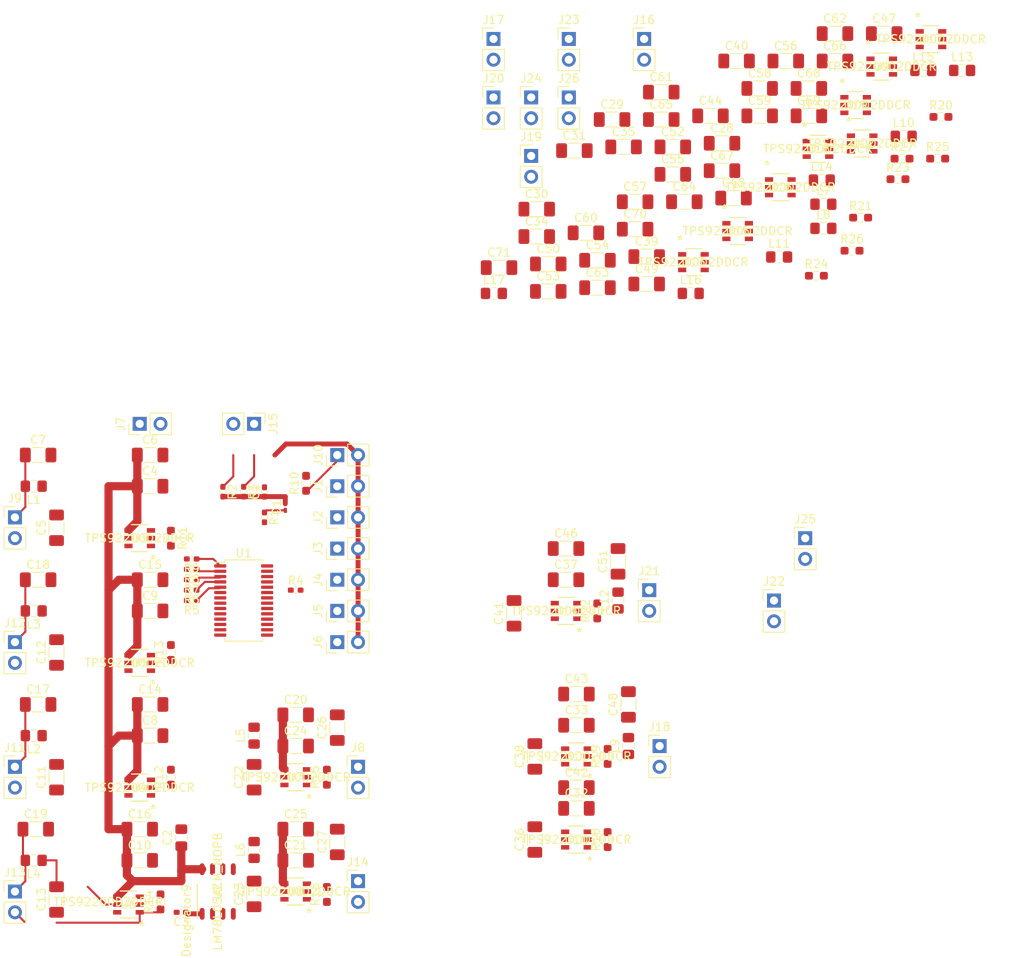
<source format=kicad_pcb>
(kicad_pcb (version 20171130) (host pcbnew "(5.1.9)-1")
  (layers (0 F.Cu signal) (31 B.Cu signal) (34 B.Paste user) (35 F.Paste user) (36 B.SilkS user hide) (37 F.SilkS user) (38 B.Mask user hide) (39 F.Mask user hide) (44 Edge.Cuts user hide))
  (net 0 "")
  (net 1 GND)
  (net 2 5V)
  (net 3 24V)
  (net 4 "Net-(C5-Pad2)")
  (net 5 "Net-(C5-Pad1)")
  (net 6 "Net-(D1-Pad1)")
  (net 7 A0)
  (net 8 A1)
  (net 9 A2)
  (net 10 A3)
  (net 11 A4)
  (net 12 A5)
  (net 13 OE)
  (net 14 SCL)
  (net 15 SDA)
  (net 16 "Net-(U1-Pad22)")
  (net 17 "Net-(U1-Pad21)")
  (net 18 "Net-(U1-Pad20)")
  (net 19 "Net-(U1-Pad19)")
  (net 20 "Net-(U1-Pad18)")
  (net 21 "Net-(U1-Pad17)")
  (net 22 "Net-(U1-Pad16)")
  (net 23 "Net-(U1-Pad15)")
  (net 24 "Net-(U1-Pad13)")
  (net 25 "Net-(U1-Pad12)")
  (net 26 PWM1)
  (net 27 "Net-(U2-Pad5)")
  (net 28 "Net-(U2-Pad4)")
  (net 29 "Net-(C11-Pad2)")
  (net 30 "Net-(C11-Pad1)")
  (net 31 "Net-(C12-Pad2)")
  (net 32 "Net-(C12-Pad1)")
  (net 33 "Net-(C13-Pad2)")
  (net 34 "Net-(C13-Pad1)")
  (net 35 PWM3)
  (net 36 PWM2)
  (net 37 PWM0)
  (net 38 p_LED0)
  (net 39 p_LED2)
  (net 40 p_LED1)
  (net 41 p_LED3)
  (net 42 n_LED0)
  (net 43 n_LED2)
  (net 44 n_LED1)
  (net 45 n_LED3)
  (net 46 "Net-(C22-Pad2)")
  (net 47 "Net-(C22-Pad1)")
  (net 48 "Net-(C23-Pad2)")
  (net 49 "Net-(C23-Pad1)")
  (net 50 p_LED4)
  (net 51 p_LED5)
  (net 52 n_LED4)
  (net 53 n_LED5)
  (net 54 PWM4)
  (net 55 PWM5)
  (net 56 "Net-(C29-Pad2)")
  (net 57 "Net-(C29-Pad1)")
  (net 58 p_LED15)
  (net 59 "Net-(C36-Pad2)")
  (net 60 "Net-(C36-Pad1)")
  (net 61 "Net-(C38-Pad2)")
  (net 62 "Net-(C38-Pad1)")
  (net 63 "Net-(C39-Pad2)")
  (net 64 "Net-(C39-Pad1)")
  (net 65 "Net-(C40-Pad2)")
  (net 66 "Net-(C40-Pad1)")
  (net 67 "Net-(C41-Pad2)")
  (net 68 "Net-(C41-Pad1)")
  (net 69 p_LED7)
  (net 70 p_LED6)
  (net 71 p_LED8)
  (net 72 p_LED9)
  (net 73 "Net-(C57-Pad2)")
  (net 74 "Net-(C57-Pad1)")
  (net 75 "Net-(C58-Pad2)")
  (net 76 "Net-(C58-Pad1)")
  (net 77 "Net-(C59-Pad2)")
  (net 78 "Net-(C59-Pad1)")
  (net 79 "Net-(C60-Pad2)")
  (net 80 "Net-(C60-Pad1)")
  (net 81 "Net-(C61-Pad2)")
  (net 82 "Net-(C61-Pad1)")
  (net 83 p_LED12)
  (net 84 p_LED13)
  (net 85 p_LED14)
  (net 86 p_LED10)
  (net 87 p_LED11)
  (net 88 "Net-(J2-Pad1)")
  (net 89 n_LED15)
  (net 90 n_LED7)
  (net 91 n_LED6)
  (net 92 n_LED8)
  (net 93 n_LED9)
  (net 94 n_LED12)
  (net 95 n_LED13)
  (net 96 n_LED14)
  (net 97 n_LED10)
  (net 98 n_LED11)
  (net 99 PWM15)
  (net 100 PWM7)
  (net 101 PWM6)
  (net 102 PWM9)
  (net 103 PWM12)
  (net 104 PWM13)
  (net 105 PWM14)
  (net 106 PWM10)
  (net 107 PWM11)
  (module Connector_PinHeader_2.54mm:PinHeader_1x02_P2.54mm_Vertical (layer F.Cu) (at 115.91 -25.92)
    (fp_text reference J26 (at 0 -2.33) (layer F.SilkS))
    (fp_text value Conn_01x02_Male)
    (pad 2 thru_hole oval (at 0 2.54) (size 1.7 1.7) (drill 1) (layers *.Cu *.Mask) (net 98 n_LED11))
    (pad 1 thru_hole rect (at 0 0) (size 1.7 1.7) (drill 1) (layers *.Cu *.Mask) (net 87 p_LED11))
  )
  (module Connector_PinHeader_2.54mm:PinHeader_1x02_P2.54mm_Vertical (layer F.Cu) (at 144.78 27.94)
    (fp_text reference J25 (at 0 -2.33) (layer F.SilkS))
    (fp_text value Conn_01x02_Male)
    (pad 2 thru_hole oval (at 0 2.54) (size 1.7 1.7) (drill 1) (layers *.Cu *.Mask) (net 97 n_LED10))
    (pad 1 thru_hole rect (at 0 0) (size 1.7 1.7) (drill 1) (layers *.Cu *.Mask) (net 86 p_LED10))
  )
  (module Connector_PinHeader_2.54mm:PinHeader_1x02_P2.54mm_Vertical (layer F.Cu) (at 111.31 -25.92)
    (fp_text reference J24 (at 0 -2.33) (layer F.SilkS))
    (fp_text value Conn_01x02_Male)
    (pad 2 thru_hole oval (at 0 2.54) (size 1.7 1.7) (drill 1) (layers *.Cu *.Mask) (net 96 n_LED14))
    (pad 1 thru_hole rect (at 0 0) (size 1.7 1.7) (drill 1) (layers *.Cu *.Mask) (net 85 p_LED14))
  )
  (module Connector_PinHeader_2.54mm:PinHeader_1x02_P2.54mm_Vertical (layer F.Cu) (at 115.91 -33.07)
    (fp_text reference J23 (at 0 -2.33) (layer F.SilkS))
    (fp_text value Conn_01x02_Male)
    (pad 2 thru_hole oval (at 0 2.54) (size 1.7 1.7) (drill 1) (layers *.Cu *.Mask) (net 95 n_LED13))
    (pad 1 thru_hole rect (at 0 0) (size 1.7 1.7) (drill 1) (layers *.Cu *.Mask) (net 84 p_LED13))
  )
  (module Connector_PinHeader_2.54mm:PinHeader_1x02_P2.54mm_Vertical (layer F.Cu) (at 140.97 35.56)
    (fp_text reference J22 (at 0 -2.33) (layer F.SilkS))
    (fp_text value Conn_01x02_Male)
    (pad 2 thru_hole oval (at 0 2.54) (size 1.7 1.7) (drill 1) (layers *.Cu *.Mask) (net 94 n_LED12))
    (pad 1 thru_hole rect (at 0 0) (size 1.7 1.7) (drill 1) (layers *.Cu *.Mask) (net 83 p_LED12))
  )
  (module Connector_PinHeader_2.54mm:PinHeader_1x02_P2.54mm_Vertical (layer F.Cu) (at 125.73 34.29)
    (fp_text reference J21 (at 0 -2.33) (layer F.SilkS))
    (fp_text value Conn_01x02_Male)
    (pad 2 thru_hole oval (at 0 2.54) (size 1.7 1.7) (drill 1) (layers *.Cu *.Mask) (net 89 n_LED15))
    (pad 1 thru_hole rect (at 0 0) (size 1.7 1.7) (drill 1) (layers *.Cu *.Mask) (net 58 p_LED15))
  )
  (module Connector_PinHeader_2.54mm:PinHeader_1x02_P2.54mm_Vertical (layer F.Cu) (at 106.71 -25.92)
    (fp_text reference J20 (at 0 -2.33) (layer F.SilkS))
    (fp_text value Conn_01x02_Male)
    (pad 2 thru_hole oval (at 0 2.54) (size 1.7 1.7) (drill 1) (layers *.Cu *.Mask) (net 93 n_LED9))
    (pad 1 thru_hole rect (at 0 0) (size 1.7 1.7) (drill 1) (layers *.Cu *.Mask) (net 72 p_LED9))
  )
  (module Connector_PinHeader_2.54mm:PinHeader_1x02_P2.54mm_Vertical (layer F.Cu) (at 111.31 -18.77)
    (fp_text reference J19 (at 0 -2.33) (layer F.SilkS))
    (fp_text value Conn_01x02_Male)
    (pad 2 thru_hole oval (at 0 2.54) (size 1.7 1.7) (drill 1) (layers *.Cu *.Mask) (net 92 n_LED8))
    (pad 1 thru_hole rect (at 0 0) (size 1.7 1.7) (drill 1) (layers *.Cu *.Mask) (net 71 p_LED8))
  )
  (module Connector_PinHeader_2.54mm:PinHeader_1x02_P2.54mm_Vertical (layer F.Cu) (at 127 53.34)
    (fp_text reference J18 (at 0 -2.33) (layer F.SilkS))
    (fp_text value Conn_01x02_Male)
    (pad 2 thru_hole oval (at 0 2.54) (size 1.7 1.7) (drill 1) (layers *.Cu *.Mask) (net 91 n_LED6))
    (pad 1 thru_hole rect (at 0 0) (size 1.7 1.7) (drill 1) (layers *.Cu *.Mask) (net 70 p_LED6))
  )
  (module Connector_PinHeader_2.54mm:PinHeader_1x02_P2.54mm_Vertical (layer F.Cu) (at 106.71 -33.07)
    (fp_text reference J17 (at 0 -2.33) (layer F.SilkS))
    (fp_text value Conn_01x02_Male)
    (pad 2 thru_hole oval (at 0 2.54) (size 1.7 1.7) (drill 1) (layers *.Cu *.Mask) (net 90 n_LED7))
    (pad 1 thru_hole rect (at 0 0) (size 1.7 1.7) (drill 1) (layers *.Cu *.Mask) (net 69 p_LED7))
  )
  (module Connector_PinHeader_2.54mm:PinHeader_1x02_P2.54mm_Vertical (layer F.Cu) (at 125.11 -33.07)
    (fp_text reference J16 (at 0 -2.33) (layer F.SilkS))
    (fp_text value Conn_01x02_Male)
    (pad 2 thru_hole oval (at 0 2.54) (size 1.7 1.7) (drill 1) (layers *.Cu *.Mask) (net 89 n_LED15))
    (pad 1 thru_hole rect (at 0 0) (size 1.7 1.7) (drill 1) (layers *.Cu *.Mask) (net 58 p_LED15))
  )
  (module Connector_PinHeader_2.54mm:PinHeader_1x02_P2.54mm_Vertical (layer F.Cu) (at 90.17 69.85)
    (fp_text reference J14 (at 0 -2.33) (layer F.SilkS))
    (fp_text value Conn_01x02_Male)
    (pad 2 thru_hole oval (at 0 2.54) (size 1.7 1.7) (drill 1) (layers *.Cu *.Mask) (net 53 n_LED5))
    (pad 1 thru_hole rect (at 0 0) (size 1.7 1.7) (drill 1) (layers *.Cu *.Mask) (net 51 p_LED5))
  )
  (module Connector_PinHeader_2.54mm:PinHeader_1x02_P2.54mm_Vertical (layer F.Cu) (at 48.26 71.12)
    (fp_text reference J13 (at 0 -2.33) (layer F.SilkS))
    (fp_text value Conn_01x02_Male)
    (pad 2 thru_hole oval (at 0 2.54) (size 1.7 1.7) (drill 1) (layers *.Cu *.Mask) (net 45 n_LED3))
    (pad 1 thru_hole rect (at 0 0) (size 1.7 1.7) (drill 1) (layers *.Cu *.Mask) (net 41 p_LED3))
  )
  (module Connector_PinHeader_2.54mm:PinHeader_1x02_P2.54mm_Vertical (layer F.Cu) (at 48.26 40.64)
    (fp_text reference J12 (at 0 -2.33) (layer F.SilkS))
    (fp_text value Conn_01x02_Male)
    (pad 2 thru_hole oval (at 0 2.54) (size 1.7 1.7) (drill 1) (layers *.Cu *.Mask) (net 44 n_LED1))
    (pad 1 thru_hole rect (at 0 0) (size 1.7 1.7) (drill 1) (layers *.Cu *.Mask) (net 40 p_LED1))
  )
  (module Connector_PinHeader_2.54mm:PinHeader_1x02_P2.54mm_Vertical (layer F.Cu) (at 48.26 55.88)
    (fp_text reference J11 (at 0 -2.33) (layer F.SilkS))
    (fp_text value Conn_01x02_Male)
    (pad 2 thru_hole oval (at 0 2.54) (size 1.7 1.7) (drill 1) (layers *.Cu *.Mask) (net 43 n_LED2))
    (pad 1 thru_hole rect (at 0 0) (size 1.7 1.7) (drill 1) (layers *.Cu *.Mask) (net 39 p_LED2))
  )
  (module Connector_PinHeader_2.54mm:PinHeader_1x02_P2.54mm_Vertical (layer F.Cu) (at 87.63 17.78 90)
    (fp_text reference J10 (at 0 -2.33 90) (layer F.SilkS))
    (fp_text value Conn_01x02_Male)
    (pad 2 thru_hole oval (at 0 2.54 90) (size 1.7 1.7) (drill 1) (layers *.Cu *.Mask) (net 2 5V))
    (pad 1 thru_hole rect (at 0 0 90) (size 1.7 1.7) (drill 1) (layers *.Cu *.Mask) (net 13 OE))
  )
  (module Connector_PinHeader_2.54mm:PinHeader_1x02_P2.54mm_Vertical (layer F.Cu) (at 48.26 25.4)
    (fp_text reference J9 (at 0 -2.33) (layer F.SilkS))
    (fp_text value Conn_01x02_Male)
    (pad 2 thru_hole oval (at 0 2.54) (size 1.7 1.7) (drill 1) (layers *.Cu *.Mask) (net 42 n_LED0))
    (pad 1 thru_hole rect (at 0 0) (size 1.7 1.7) (drill 1) (layers *.Cu *.Mask) (net 38 p_LED0))
  )
  (module Connector_PinHeader_2.54mm:PinHeader_1x02_P2.54mm_Vertical (layer F.Cu) (at 90.17 55.88)
    (fp_text reference J8 (at 0 -2.33) (layer F.SilkS))
    (fp_text value Conn_01x02_Male)
    (pad 2 thru_hole oval (at 0 2.54) (size 1.7 1.7) (drill 1) (layers *.Cu *.Mask) (net 52 n_LED4))
    (pad 1 thru_hole rect (at 0 0) (size 1.7 1.7) (drill 1) (layers *.Cu *.Mask) (net 50 p_LED4))
  )
  (module Connector_PinHeader_2.54mm:PinHeader_1x02_P2.54mm_Vertical (layer F.Cu) (at 87.63 40.64 90)
    (fp_text reference J6 (at 0 -2.33 90) (layer F.SilkS))
    (fp_text value Conn_01x02_Male)
    (pad 2 thru_hole oval (at 0 2.54 90) (size 1.7 1.7) (drill 1) (layers *.Cu *.Mask) (net 2 5V))
    (pad 1 thru_hole rect (at 0 0 90) (size 1.7 1.7) (drill 1) (layers *.Cu *.Mask) (net 12 A5))
  )
  (module Connector_PinHeader_2.54mm:PinHeader_1x02_P2.54mm_Vertical (layer F.Cu) (at 87.63 36.83 90)
    (fp_text reference J5 (at 0 -2.33 90) (layer F.SilkS))
    (fp_text value Conn_01x02_Male)
    (pad 2 thru_hole oval (at 0 2.54 90) (size 1.7 1.7) (drill 1) (layers *.Cu *.Mask) (net 2 5V))
    (pad 1 thru_hole rect (at 0 0 90) (size 1.7 1.7) (drill 1) (layers *.Cu *.Mask) (net 11 A4))
  )
  (module Connector_PinHeader_2.54mm:PinHeader_1x02_P2.54mm_Vertical (layer F.Cu) (at 87.63 33.02 90)
    (fp_text reference J4 (at 0 -2.33 90) (layer F.SilkS))
    (fp_text value Conn_01x02_Male)
    (pad 2 thru_hole oval (at 0 2.54 90) (size 1.7 1.7) (drill 1) (layers *.Cu *.Mask) (net 2 5V))
    (pad 1 thru_hole rect (at 0 0 90) (size 1.7 1.7) (drill 1) (layers *.Cu *.Mask) (net 10 A3))
  )
  (module Connector_PinHeader_2.54mm:PinHeader_1x02_P2.54mm_Vertical (layer F.Cu) (at 87.63 29.21 90)
    (fp_text reference J3 (at 0 -2.33 90) (layer F.SilkS))
    (fp_text value Conn_01x02_Male)
    (pad 2 thru_hole oval (at 0 2.54 90) (size 1.7 1.7) (drill 1) (layers *.Cu *.Mask) (net 2 5V))
    (pad 1 thru_hole rect (at 0 0 90) (size 1.7 1.7) (drill 1) (layers *.Cu *.Mask) (net 9 A2))
  )
  (module Connector_PinHeader_2.54mm:PinHeader_1x02_P2.54mm_Vertical (layer F.Cu) (at 87.63 25.4 90)
    (fp_text reference J2 (at 0 -2.33 90) (layer F.SilkS))
    (fp_text value Conn_01x02_Male)
    (pad 2 thru_hole oval (at 0 2.54 90) (size 1.7 1.7) (drill 1) (layers *.Cu *.Mask) (net 2 5V))
    (pad 1 thru_hole rect (at 0 0 90) (size 1.7 1.7) (drill 1) (layers *.Cu *.Mask) (net 88 "Net-(J2-Pad1)"))
  )
  (module Connector_PinHeader_2.54mm:PinHeader_1x02_P2.54mm_Vertical (layer F.Cu) (at 87.63 21.59 90)
    (fp_text reference J1 (at 0 -2.33 90) (layer F.SilkS))
    (fp_text value Conn_01x02_Male)
    (pad 2 thru_hole oval (at 0 2.54 90) (size 1.7 1.7) (drill 1) (layers *.Cu *.Mask) (net 2 5V))
    (pad 1 thru_hole rect (at 0 0 90) (size 1.7 1.7) (drill 1) (layers *.Cu *.Mask) (net 7 A0))
  )
  (module TPS92200:TPS92200D2DDCR (layer F.Cu) (at 150.939199 -24.9908)
    (fp_text reference U19 (at 0 0) (layer F.SilkS))
    (fp_text value TPS92200D2DDCR (at 0 0) (layer F.SilkS))
    (fp_text user * (at -1.62915 -2.651) (layer F.SilkS))
    (fp_text user * (at -1.62915 -2.651) (layer F.SilkS))
    (pad 6 smd rect (at 1.375151 -0.950001) (size 0.997699 0.558) (layers F.Cu F.Paste F.Mask) (net 82 "Net-(C61-Pad1)"))
    (pad 5 smd rect (at 1.375151 0) (size 0.997699 0.558) (layers F.Cu F.Paste F.Mask) (net 81 "Net-(C61-Pad2)"))
    (pad 4 smd rect (at 1.375151 0.950001) (size 0.997699 0.558) (layers F.Cu F.Paste F.Mask) (net 3 24V))
    (pad 3 smd rect (at -1.375151 0.950001) (size 0.997699 0.558) (layers F.Cu F.Paste F.Mask) (net 1 GND))
    (pad 2 smd rect (at -1.375151 0) (size 0.997699 0.558) (layers F.Cu F.Paste F.Mask) (net 107 PWM11))
    (pad 1 smd rect (at -1.375151 -0.950001) (size 0.997699 0.558) (layers F.Cu F.Paste F.Mask) (net 98 n_LED11))
  )
  (module TPS92200:TPS92200D2DDCR (layer F.Cu) (at 146.339199 -19.6408)
    (fp_text reference U18 (at 0 0) (layer F.SilkS))
    (fp_text value TPS92200D2DDCR (at 0 0) (layer F.SilkS))
    (fp_text user * (at -1.62915 -2.651) (layer F.SilkS))
    (fp_text user * (at -1.62915 -2.651) (layer F.SilkS))
    (pad 6 smd rect (at 1.375151 -0.950001) (size 0.997699 0.558) (layers F.Cu F.Paste F.Mask) (net 80 "Net-(C60-Pad1)"))
    (pad 5 smd rect (at 1.375151 0) (size 0.997699 0.558) (layers F.Cu F.Paste F.Mask) (net 79 "Net-(C60-Pad2)"))
    (pad 4 smd rect (at 1.375151 0.950001) (size 0.997699 0.558) (layers F.Cu F.Paste F.Mask) (net 3 24V))
    (pad 3 smd rect (at -1.375151 0.950001) (size 0.997699 0.558) (layers F.Cu F.Paste F.Mask) (net 1 GND))
    (pad 2 smd rect (at -1.375151 0) (size 0.997699 0.558) (layers F.Cu F.Paste F.Mask) (net 106 PWM10))
    (pad 1 smd rect (at -1.375151 -0.950001) (size 0.997699 0.558) (layers F.Cu F.Paste F.Mask) (net 97 n_LED10))
  )
  (module TPS92200:TPS92200D2DDCR (layer F.Cu) (at 160.139199 -33.0408)
    (fp_text reference U17 (at 0 0) (layer F.SilkS))
    (fp_text value TPS92200D2DDCR (at 0 0) (layer F.SilkS))
    (fp_text user * (at -1.62915 -2.651) (layer F.SilkS))
    (fp_text user * (at -1.62915 -2.651) (layer F.SilkS))
    (pad 6 smd rect (at 1.375151 -0.950001) (size 0.997699 0.558) (layers F.Cu F.Paste F.Mask) (net 78 "Net-(C59-Pad1)"))
    (pad 5 smd rect (at 1.375151 0) (size 0.997699 0.558) (layers F.Cu F.Paste F.Mask) (net 77 "Net-(C59-Pad2)"))
    (pad 4 smd rect (at 1.375151 0.950001) (size 0.997699 0.558) (layers F.Cu F.Paste F.Mask) (net 3 24V))
    (pad 3 smd rect (at -1.375151 0.950001) (size 0.997699 0.558) (layers F.Cu F.Paste F.Mask) (net 1 GND))
    (pad 2 smd rect (at -1.375151 0) (size 0.997699 0.558) (layers F.Cu F.Paste F.Mask) (net 105 PWM14))
    (pad 1 smd rect (at -1.375151 -0.950001) (size 0.997699 0.558) (layers F.Cu F.Paste F.Mask) (net 96 n_LED14))
  )
  (module TPS92200:TPS92200D2DDCR (layer F.Cu) (at 141.739199 -14.9408)
    (fp_text reference U16 (at 0 0) (layer F.SilkS))
    (fp_text value TPS92200D2DDCR (at 0 0) (layer F.SilkS))
    (fp_text user * (at -1.62915 -2.651) (layer F.SilkS))
    (fp_text user * (at -1.62915 -2.651) (layer F.SilkS))
    (pad 6 smd rect (at 1.375151 -0.950001) (size 0.997699 0.558) (layers F.Cu F.Paste F.Mask) (net 76 "Net-(C58-Pad1)"))
    (pad 5 smd rect (at 1.375151 0) (size 0.997699 0.558) (layers F.Cu F.Paste F.Mask) (net 75 "Net-(C58-Pad2)"))
    (pad 4 smd rect (at 1.375151 0.950001) (size 0.997699 0.558) (layers F.Cu F.Paste F.Mask) (net 3 24V))
    (pad 3 smd rect (at -1.375151 0.950001) (size 0.997699 0.558) (layers F.Cu F.Paste F.Mask) (net 1 GND))
    (pad 2 smd rect (at -1.375151 0) (size 0.997699 0.558) (layers F.Cu F.Paste F.Mask) (net 104 PWM13))
    (pad 1 smd rect (at -1.375151 -0.950001) (size 0.997699 0.558) (layers F.Cu F.Paste F.Mask) (net 95 n_LED13))
  )
  (module TPS92200:TPS92200D2DDCR (layer F.Cu) (at 136.529199 -9.5908)
    (fp_text reference U15 (at 0 0) (layer F.SilkS))
    (fp_text value TPS92200D2DDCR (at 0 0) (layer F.SilkS))
    (fp_text user * (at -1.62915 -2.651) (layer F.SilkS))
    (fp_text user * (at -1.62915 -2.651) (layer F.SilkS))
    (pad 6 smd rect (at 1.375151 -0.950001) (size 0.997699 0.558) (layers F.Cu F.Paste F.Mask) (net 74 "Net-(C57-Pad1)"))
    (pad 5 smd rect (at 1.375151 0) (size 0.997699 0.558) (layers F.Cu F.Paste F.Mask) (net 73 "Net-(C57-Pad2)"))
    (pad 4 smd rect (at 1.375151 0.950001) (size 0.997699 0.558) (layers F.Cu F.Paste F.Mask) (net 3 24V))
    (pad 3 smd rect (at -1.375151 0.950001) (size 0.997699 0.558) (layers F.Cu F.Paste F.Mask) (net 1 GND))
    (pad 2 smd rect (at -1.375151 0) (size 0.997699 0.558) (layers F.Cu F.Paste F.Mask) (net 103 PWM12))
    (pad 1 smd rect (at -1.375151 -0.950001) (size 0.997699 0.558) (layers F.Cu F.Paste F.Mask) (net 94 n_LED12))
  )
  (module TPS92200:TPS92200D2DDCR (layer F.Cu) (at 115.57 36.83 180)
    (fp_text reference U14 (at 0 0) (layer F.SilkS))
    (fp_text value TPS92200D2DDCR (at 0 0) (layer F.SilkS))
    (fp_text user * (at -1.62915 -2.651) (layer F.SilkS))
    (fp_text user * (at -1.62915 -2.651) (layer F.SilkS))
    (pad 6 smd rect (at 1.375151 -0.950001 180) (size 0.997699 0.558) (layers F.Cu F.Paste F.Mask) (net 68 "Net-(C41-Pad1)"))
    (pad 5 smd rect (at 1.375151 0 180) (size 0.997699 0.558) (layers F.Cu F.Paste F.Mask) (net 67 "Net-(C41-Pad2)"))
    (pad 4 smd rect (at 1.375151 0.950001 180) (size 0.997699 0.558) (layers F.Cu F.Paste F.Mask) (net 3 24V))
    (pad 3 smd rect (at -1.375151 0.950001 180) (size 0.997699 0.558) (layers F.Cu F.Paste F.Mask) (net 1 GND))
    (pad 2 smd rect (at -1.375151 0 180) (size 0.997699 0.558) (layers F.Cu F.Paste F.Mask) (net 99 PWM15))
    (pad 1 smd rect (at -1.375151 -0.950001 180) (size 0.997699 0.558) (layers F.Cu F.Paste F.Mask) (net 89 n_LED15))
  )
  (module TPS92200:TPS92200D2DDCR (layer F.Cu) (at 131.129199 -5.7908)
    (fp_text reference U13 (at 0 0) (layer F.SilkS))
    (fp_text value TPS92200D2DDCR (at 0 0) (layer F.SilkS))
    (fp_text user * (at -1.62915 -2.651) (layer F.SilkS))
    (fp_text user * (at -1.62915 -2.651) (layer F.SilkS))
    (pad 6 smd rect (at 1.375151 -0.950001) (size 0.997699 0.558) (layers F.Cu F.Paste F.Mask) (net 66 "Net-(C40-Pad1)"))
    (pad 5 smd rect (at 1.375151 0) (size 0.997699 0.558) (layers F.Cu F.Paste F.Mask) (net 65 "Net-(C40-Pad2)"))
    (pad 4 smd rect (at 1.375151 0.950001) (size 0.997699 0.558) (layers F.Cu F.Paste F.Mask) (net 3 24V))
    (pad 3 smd rect (at -1.375151 0.950001) (size 0.997699 0.558) (layers F.Cu F.Paste F.Mask) (net 1 GND))
    (pad 2 smd rect (at -1.375151 0) (size 0.997699 0.558) (layers F.Cu F.Paste F.Mask) (net 102 PWM9))
    (pad 1 smd rect (at -1.375151 -0.950001) (size 0.997699 0.558) (layers F.Cu F.Paste F.Mask) (net 93 n_LED9))
  )
  (module TPS92200:TPS92200D2DDCR (layer F.Cu) (at 151.739199 -20.2908)
    (fp_text reference U12 (at 0 0) (layer F.SilkS))
    (fp_text value TPS92200D2DDCR (at 0 0) (layer F.SilkS))
    (fp_text user * (at -1.62915 -2.651) (layer F.SilkS))
    (fp_text user * (at -1.62915 -2.651) (layer F.SilkS))
    (pad 6 smd rect (at 1.375151 -0.950001) (size 0.997699 0.558) (layers F.Cu F.Paste F.Mask) (net 64 "Net-(C39-Pad1)"))
    (pad 5 smd rect (at 1.375151 0) (size 0.997699 0.558) (layers F.Cu F.Paste F.Mask) (net 63 "Net-(C39-Pad2)"))
    (pad 4 smd rect (at 1.375151 0.950001) (size 0.997699 0.558) (layers F.Cu F.Paste F.Mask) (net 3 24V))
    (pad 3 smd rect (at -1.375151 0.950001) (size 0.997699 0.558) (layers F.Cu F.Paste F.Mask) (net 1 GND))
    (pad 2 smd rect (at -1.375151 0) (size 0.997699 0.558) (layers F.Cu F.Paste F.Mask) (net 35 PWM3))
    (pad 1 smd rect (at -1.375151 -0.950001) (size 0.997699 0.558) (layers F.Cu F.Paste F.Mask) (net 92 n_LED8))
  )
  (module TPS92200:TPS92200D2DDCR (layer F.Cu) (at 116.84 54.61 180)
    (fp_text reference U11 (at 0 0) (layer F.SilkS))
    (fp_text value TPS92200D2DDCR (at 0 0) (layer F.SilkS))
    (fp_text user * (at -1.62915 -2.651) (layer F.SilkS))
    (fp_text user * (at -1.62915 -2.651) (layer F.SilkS))
    (pad 6 smd rect (at 1.375151 -0.950001 180) (size 0.997699 0.558) (layers F.Cu F.Paste F.Mask) (net 62 "Net-(C38-Pad1)"))
    (pad 5 smd rect (at 1.375151 0 180) (size 0.997699 0.558) (layers F.Cu F.Paste F.Mask) (net 61 "Net-(C38-Pad2)"))
    (pad 4 smd rect (at 1.375151 0.950001 180) (size 0.997699 0.558) (layers F.Cu F.Paste F.Mask) (net 3 24V))
    (pad 3 smd rect (at -1.375151 0.950001 180) (size 0.997699 0.558) (layers F.Cu F.Paste F.Mask) (net 1 GND))
    (pad 2 smd rect (at -1.375151 0 180) (size 0.997699 0.558) (layers F.Cu F.Paste F.Mask) (net 101 PWM6))
    (pad 1 smd rect (at -1.375151 -0.950001 180) (size 0.997699 0.558) (layers F.Cu F.Paste F.Mask) (net 91 n_LED6))
  )
  (module TPS92200:TPS92200D2DDCR (layer F.Cu) (at 116.84 64.77 180)
    (fp_text reference U10 (at 0 0) (layer F.SilkS))
    (fp_text value TPS92200D2DDCR (at 0 0) (layer F.SilkS))
    (fp_text user * (at -1.62915 -2.651) (layer F.SilkS))
    (fp_text user * (at -1.62915 -2.651) (layer F.SilkS))
    (pad 6 smd rect (at 1.375151 -0.950001 180) (size 0.997699 0.558) (layers F.Cu F.Paste F.Mask) (net 60 "Net-(C36-Pad1)"))
    (pad 5 smd rect (at 1.375151 0 180) (size 0.997699 0.558) (layers F.Cu F.Paste F.Mask) (net 59 "Net-(C36-Pad2)"))
    (pad 4 smd rect (at 1.375151 0.950001 180) (size 0.997699 0.558) (layers F.Cu F.Paste F.Mask) (net 3 24V))
    (pad 3 smd rect (at -1.375151 0.950001 180) (size 0.997699 0.558) (layers F.Cu F.Paste F.Mask) (net 1 GND))
    (pad 2 smd rect (at -1.375151 0 180) (size 0.997699 0.558) (layers F.Cu F.Paste F.Mask) (net 100 PWM7))
    (pad 1 smd rect (at -1.375151 -0.950001 180) (size 0.997699 0.558) (layers F.Cu F.Paste F.Mask) (net 90 n_LED7))
  )
  (module TPS92200:TPS92200D2DDCR (layer F.Cu) (at 154.129199 -29.6908)
    (fp_text reference U9 (at 0 0) (layer F.SilkS))
    (fp_text value TPS92200D2DDCR (at 0 0) (layer F.SilkS))
    (fp_text user * (at -1.62915 -2.651) (layer F.SilkS))
    (fp_text user * (at -1.62915 -2.651) (layer F.SilkS))
    (pad 6 smd rect (at 1.375151 -0.950001) (size 0.997699 0.558) (layers F.Cu F.Paste F.Mask) (net 57 "Net-(C29-Pad1)"))
    (pad 5 smd rect (at 1.375151 0) (size 0.997699 0.558) (layers F.Cu F.Paste F.Mask) (net 56 "Net-(C29-Pad2)"))
    (pad 4 smd rect (at 1.375151 0.950001) (size 0.997699 0.558) (layers F.Cu F.Paste F.Mask) (net 3 24V))
    (pad 3 smd rect (at -1.375151 0.950001) (size 0.997699 0.558) (layers F.Cu F.Paste F.Mask) (net 1 GND))
    (pad 2 smd rect (at -1.375151 0) (size 0.997699 0.558) (layers F.Cu F.Paste F.Mask) (net 55 PWM5))
    (pad 1 smd rect (at -1.375151 -0.950001) (size 0.997699 0.558) (layers F.Cu F.Paste F.Mask) (net 53 n_LED5))
  )
  (module Resistor_SMD:R_0603_1608Metric_Pad0.98x0.95mm_HandSolder (layer F.Cu) (at 156.61 -18.44)
    (fp_text reference R27 (at 0 -1.43) (layer F.SilkS))
    (fp_text value 130m)
    (pad 2 smd roundrect (at 0.9125 0) (size 0.975 0.95) (layers F.Cu F.Paste F.Mask) (net 1 GND))
    (pad 1 smd roundrect (at -0.9125 0) (size 0.975 0.95) (layers F.Cu F.Paste F.Mask) (net 98 n_LED11))
  )
  (module Resistor_SMD:R_0603_1608Metric_Pad0.98x0.95mm_HandSolder (layer F.Cu) (at 150.5 -7.19)
    (fp_text reference R26 (at 0 -1.43) (layer F.SilkS))
    (fp_text value 130m)
    (pad 2 smd roundrect (at 0.9125 0) (size 0.975 0.95) (layers F.Cu F.Paste F.Mask) (net 1 GND))
    (pad 1 smd roundrect (at -0.9125 0) (size 0.975 0.95) (layers F.Cu F.Paste F.Mask) (net 97 n_LED10))
  )
  (module Resistor_SMD:R_0603_1608Metric_Pad0.98x0.95mm_HandSolder (layer F.Cu) (at 160.96 -18.44)
    (fp_text reference R25 (at 0 -1.43) (layer F.SilkS))
    (fp_text value 130m)
    (pad 2 smd roundrect (at 0.9125 0) (size 0.975 0.95) (layers F.Cu F.Paste F.Mask) (net 1 GND))
    (pad 1 smd roundrect (at -0.9125 0) (size 0.975 0.95) (layers F.Cu F.Paste F.Mask) (net 96 n_LED14))
  )
  (module Resistor_SMD:R_0603_1608Metric_Pad0.98x0.95mm_HandSolder (layer F.Cu) (at 146.15 -4.13)
    (fp_text reference R24 (at 0 -1.43) (layer F.SilkS))
    (fp_text value 130m)
    (pad 2 smd roundrect (at 0.9125 0) (size 0.975 0.95) (layers F.Cu F.Paste F.Mask) (net 1 GND))
    (pad 1 smd roundrect (at -0.9125 0) (size 0.975 0.95) (layers F.Cu F.Paste F.Mask) (net 95 n_LED13))
  )
  (module Resistor_SMD:R_0603_1608Metric_Pad0.98x0.95mm_HandSolder (layer F.Cu) (at 156.11 -15.93)
    (fp_text reference R23 (at 0 -1.43) (layer F.SilkS))
    (fp_text value 130m)
    (pad 2 smd roundrect (at 0.9125 0) (size 0.975 0.95) (layers F.Cu F.Paste F.Mask) (net 1 GND))
    (pad 1 smd roundrect (at -0.9125 0) (size 0.975 0.95) (layers F.Cu F.Paste F.Mask) (net 94 n_LED12))
  )
  (module Resistor_SMD:R_0603_1608Metric_Pad0.98x0.95mm_HandSolder (layer F.Cu) (at 119.38 36.83 90)
    (fp_text reference R22 (at 0 -1.43 90) (layer F.SilkS))
    (fp_text value 130m)
    (pad 2 smd roundrect (at 0.9125 0 90) (size 0.975 0.95) (layers F.Cu F.Paste F.Mask) (net 1 GND))
    (pad 1 smd roundrect (at -0.9125 0 90) (size 0.975 0.95) (layers F.Cu F.Paste F.Mask) (net 89 n_LED15))
  )
  (module Resistor_SMD:R_0603_1608Metric_Pad0.98x0.95mm_HandSolder (layer F.Cu) (at 151.55 -11.23)
    (fp_text reference R21 (at 0 -1.43) (layer F.SilkS))
    (fp_text value 130m)
    (pad 2 smd roundrect (at 0.9125 0) (size 0.975 0.95) (layers F.Cu F.Paste F.Mask) (net 1 GND))
    (pad 1 smd roundrect (at -0.9125 0) (size 0.975 0.95) (layers F.Cu F.Paste F.Mask) (net 93 n_LED9))
  )
  (module Resistor_SMD:R_0603_1608Metric_Pad0.98x0.95mm_HandSolder (layer F.Cu) (at 161.36 -23.54)
    (fp_text reference R20 (at 0 -1.43) (layer F.SilkS))
    (fp_text value 130m)
    (pad 2 smd roundrect (at 0.9125 0) (size 0.975 0.95) (layers F.Cu F.Paste F.Mask) (net 1 GND))
    (pad 1 smd roundrect (at -0.9125 0) (size 0.975 0.95) (layers F.Cu F.Paste F.Mask) (net 92 n_LED8))
  )
  (module Resistor_SMD:R_0603_1608Metric_Pad0.98x0.95mm_HandSolder (layer F.Cu) (at 120.65 54.61 90)
    (fp_text reference R19 (at 0 -1.43 90) (layer F.SilkS))
    (fp_text value 130m)
    (pad 2 smd roundrect (at 0.9125 0 90) (size 0.975 0.95) (layers F.Cu F.Paste F.Mask) (net 1 GND))
    (pad 1 smd roundrect (at -0.9125 0 90) (size 0.975 0.95) (layers F.Cu F.Paste F.Mask) (net 91 n_LED6))
  )
  (module Resistor_SMD:R_0603_1608Metric_Pad0.98x0.95mm_HandSolder (layer F.Cu) (at 120.65 64.77 90)
    (fp_text reference R18 (at 0 -1.43 90) (layer F.SilkS))
    (fp_text value 130m)
    (pad 2 smd roundrect (at 0.9125 0 90) (size 0.975 0.95) (layers F.Cu F.Paste F.Mask) (net 1 GND))
    (pad 1 smd roundrect (at -0.9125 0 90) (size 0.975 0.95) (layers F.Cu F.Paste F.Mask) (net 90 n_LED7))
  )
  (module Inductor_SMD:L_0805_2012Metric_Pad1.15x1.40mm_HandSolder (layer F.Cu) (at 106.76 -1.97)
    (fp_text reference L17 (at 0 -1.65) (layer F.SilkS))
    (fp_text value 2.2uH)
    (pad 2 smd roundrect (at 1.025 0) (size 1.15 1.4) (layers F.Cu F.Paste F.Mask) (roundrect_rratio 0.217391) (net 87 p_LED11))
    (pad 1 smd roundrect (at -1.025 0) (size 1.15 1.4) (layers F.Cu F.Paste F.Mask) (roundrect_rratio 0.217391) (net 81 "Net-(C61-Pad2)"))
  )
  (module Inductor_SMD:L_0805_2012Metric_Pad1.15x1.40mm_HandSolder (layer F.Cu) (at 130.8 -1.97)
    (fp_text reference L16 (at 0 -1.65) (layer F.SilkS))
    (fp_text value 2.2uH)
    (pad 2 smd roundrect (at 1.025 0) (size 1.15 1.4) (layers F.Cu F.Paste F.Mask) (roundrect_rratio 0.217391) (net 86 p_LED10))
    (pad 1 smd roundrect (at -1.025 0) (size 1.15 1.4) (layers F.Cu F.Paste F.Mask) (roundrect_rratio 0.217391) (net 79 "Net-(C60-Pad2)"))
  )
  (module Inductor_SMD:L_0805_2012Metric_Pad1.15x1.40mm_HandSolder (layer F.Cu) (at 159.2 -29.22)
    (fp_text reference L15 (at 0 -1.65) (layer F.SilkS))
    (fp_text value 2.2uH)
    (pad 2 smd roundrect (at 1.025 0) (size 1.15 1.4) (layers F.Cu F.Paste F.Mask) (roundrect_rratio 0.217391) (net 85 p_LED14))
    (pad 1 smd roundrect (at -1.025 0) (size 1.15 1.4) (layers F.Cu F.Paste F.Mask) (roundrect_rratio 0.217391) (net 77 "Net-(C59-Pad2)"))
  )
  (module Inductor_SMD:L_0805_2012Metric_Pad1.15x1.40mm_HandSolder (layer F.Cu) (at 146.81 -15.82)
    (fp_text reference L14 (at 0 -1.65) (layer F.SilkS))
    (fp_text value 2.2uH)
    (pad 2 smd roundrect (at 1.025 0) (size 1.15 1.4) (layers F.Cu F.Paste F.Mask) (roundrect_rratio 0.217391) (net 84 p_LED13))
    (pad 1 smd roundrect (at -1.025 0) (size 1.15 1.4) (layers F.Cu F.Paste F.Mask) (roundrect_rratio 0.217391) (net 75 "Net-(C58-Pad2)"))
  )
  (module Inductor_SMD:L_0805_2012Metric_Pad1.15x1.40mm_HandSolder (layer F.Cu) (at 163.95 -29.22)
    (fp_text reference L13 (at 0 -1.65) (layer F.SilkS))
    (fp_text value 2.2uH)
    (pad 2 smd roundrect (at 1.025 0) (size 1.15 1.4) (layers F.Cu F.Paste F.Mask) (roundrect_rratio 0.217391) (net 83 p_LED12))
    (pad 1 smd roundrect (at -1.025 0) (size 1.15 1.4) (layers F.Cu F.Paste F.Mask) (roundrect_rratio 0.217391) (net 73 "Net-(C57-Pad2)"))
  )
  (module Inductor_SMD:L_0805_2012Metric_Pad1.15x1.40mm_HandSolder (layer F.Cu) (at 121.92 35.56 90)
    (fp_text reference L12 (at 0 -1.65 90) (layer F.SilkS))
    (fp_text value 2.2uH)
    (pad 2 smd roundrect (at 1.025 0 90) (size 1.15 1.4) (layers F.Cu F.Paste F.Mask) (roundrect_rratio 0.217391) (net 58 p_LED15))
    (pad 1 smd roundrect (at -1.025 0 90) (size 1.15 1.4) (layers F.Cu F.Paste F.Mask) (roundrect_rratio 0.217391) (net 67 "Net-(C41-Pad2)"))
  )
  (module Inductor_SMD:L_0805_2012Metric_Pad1.15x1.40mm_HandSolder (layer F.Cu) (at 141.6 -6.42)
    (fp_text reference L11 (at 0 -1.65) (layer F.SilkS))
    (fp_text value 2.2uH)
    (pad 2 smd roundrect (at 1.025 0) (size 1.15 1.4) (layers F.Cu F.Paste F.Mask) (roundrect_rratio 0.217391) (net 72 p_LED9))
    (pad 1 smd roundrect (at -1.025 0) (size 1.15 1.4) (layers F.Cu F.Paste F.Mask) (roundrect_rratio 0.217391) (net 65 "Net-(C40-Pad2)"))
  )
  (module Inductor_SMD:L_0805_2012Metric_Pad1.15x1.40mm_HandSolder (layer F.Cu) (at 156.81 -21.17)
    (fp_text reference L10 (at 0 -1.65) (layer F.SilkS))
    (fp_text value 2.2uH)
    (pad 2 smd roundrect (at 1.025 0) (size 1.15 1.4) (layers F.Cu F.Paste F.Mask) (roundrect_rratio 0.217391) (net 71 p_LED8))
    (pad 1 smd roundrect (at -1.025 0) (size 1.15 1.4) (layers F.Cu F.Paste F.Mask) (roundrect_rratio 0.217391) (net 63 "Net-(C39-Pad2)"))
  )
  (module Inductor_SMD:L_0805_2012Metric_Pad1.15x1.40mm_HandSolder (layer F.Cu) (at 123.19 53.34 90)
    (fp_text reference L9 (at 0 -1.65 90) (layer F.SilkS))
    (fp_text value 2.2uH)
    (pad 2 smd roundrect (at 1.025 0 90) (size 1.15 1.4) (layers F.Cu F.Paste F.Mask) (roundrect_rratio 0.217391) (net 70 p_LED6))
    (pad 1 smd roundrect (at -1.025 0 90) (size 1.15 1.4) (layers F.Cu F.Paste F.Mask) (roundrect_rratio 0.217391) (net 61 "Net-(C38-Pad2)"))
  )
  (module Inductor_SMD:L_0805_2012Metric_Pad1.15x1.40mm_HandSolder (layer F.Cu) (at 147 -9.92)
    (fp_text reference L8 (at 0 -1.65) (layer F.SilkS))
    (fp_text value 2.2uH)
    (pad 2 smd roundrect (at 1.025 0) (size 1.15 1.4) (layers F.Cu F.Paste F.Mask) (roundrect_rratio 0.217391) (net 69 p_LED7))
    (pad 1 smd roundrect (at -1.025 0) (size 1.15 1.4) (layers F.Cu F.Paste F.Mask) (roundrect_rratio 0.217391) (net 59 "Net-(C36-Pad2)"))
  )
  (module Inductor_SMD:L_0805_2012Metric_Pad1.15x1.40mm_HandSolder (layer F.Cu) (at 147 -12.87)
    (fp_text reference L7 (at 0 -1.65) (layer F.SilkS))
    (fp_text value 2.2uH)
    (pad 2 smd roundrect (at 1.025 0) (size 1.15 1.4) (layers F.Cu F.Paste F.Mask) (roundrect_rratio 0.217391) (net 58 p_LED15))
    (pad 1 smd roundrect (at -1.025 0) (size 1.15 1.4) (layers F.Cu F.Paste F.Mask) (roundrect_rratio 0.217391) (net 56 "Net-(C29-Pad2)"))
  )
  (module Capacitor_SMD:C_1206_3216Metric_Pad1.33x1.80mm_HandSolder (layer F.Cu) (at 107.39 -5.12)
    (fp_text reference C71 (at 0 -1.85) (layer F.SilkS))
    (fp_text value 10uF)
    (pad 2 smd roundrect (at 1.5625 0) (size 1.325 1.8) (layers F.Cu F.Paste F.Mask) (roundrect_rratio 0.188679) (net 1 GND))
    (pad 1 smd roundrect (at -1.5625 0) (size 1.325 1.8) (layers F.Cu F.Paste F.Mask) (roundrect_rratio 0.188679) (net 87 p_LED11))
  )
  (module Capacitor_SMD:C_1206_3216Metric_Pad1.33x1.80mm_HandSolder (layer F.Cu) (at 124.01 -9.82)
    (fp_text reference C70 (at 0 -1.85) (layer F.SilkS))
    (fp_text value 10uF)
    (pad 2 smd roundrect (at 1.5625 0) (size 1.325 1.8) (layers F.Cu F.Paste F.Mask) (roundrect_rratio 0.188679) (net 1 GND))
    (pad 1 smd roundrect (at -1.5625 0) (size 1.325 1.8) (layers F.Cu F.Paste F.Mask) (roundrect_rratio 0.188679) (net 86 p_LED10))
  )
  (module Capacitor_SMD:C_1206_3216Metric_Pad1.33x1.80mm_HandSolder (layer F.Cu) (at 145.23 -23.67)
    (fp_text reference C69 (at 0 -1.85) (layer F.SilkS))
    (fp_text value 10uF)
    (pad 2 smd roundrect (at 1.5625 0) (size 1.325 1.8) (layers F.Cu F.Paste F.Mask) (roundrect_rratio 0.188679) (net 1 GND))
    (pad 1 smd roundrect (at -1.5625 0) (size 1.325 1.8) (layers F.Cu F.Paste F.Mask) (roundrect_rratio 0.188679) (net 85 p_LED14))
  )
  (module Capacitor_SMD:C_1206_3216Metric_Pad1.33x1.80mm_HandSolder (layer F.Cu) (at 145.23 -27.02)
    (fp_text reference C68 (at 0 -1.85) (layer F.SilkS))
    (fp_text value 10uF)
    (pad 2 smd roundrect (at 1.5625 0) (size 1.325 1.8) (layers F.Cu F.Paste F.Mask) (roundrect_rratio 0.188679) (net 1 GND))
    (pad 1 smd roundrect (at -1.5625 0) (size 1.325 1.8) (layers F.Cu F.Paste F.Mask) (roundrect_rratio 0.188679) (net 84 p_LED13))
  )
  (module Capacitor_SMD:C_1206_3216Metric_Pad1.33x1.80mm_HandSolder (layer F.Cu) (at 134.62 -16.97)
    (fp_text reference C67 (at 0 -1.85) (layer F.SilkS))
    (fp_text value 10uF)
    (pad 2 smd roundrect (at 1.5625 0) (size 1.325 1.8) (layers F.Cu F.Paste F.Mask) (roundrect_rratio 0.188679) (net 1 GND))
    (pad 1 smd roundrect (at -1.5625 0) (size 1.325 1.8) (layers F.Cu F.Paste F.Mask) (roundrect_rratio 0.188679) (net 83 p_LED12))
  )
  (module Capacitor_SMD:C_1206_3216Metric_Pad1.33x1.80mm_HandSolder (layer F.Cu) (at 148.42 -30.37)
    (fp_text reference C66 (at 0 -1.85) (layer F.SilkS))
    (fp_text value 10uF)
    (pad 2 smd roundrect (at 1.5625 0) (size 1.325 1.8) (layers F.Cu F.Paste F.Mask) (roundrect_rratio 0.188679) (net 1 GND))
    (pad 1 smd roundrect (at -1.5625 0) (size 1.325 1.8) (layers F.Cu F.Paste F.Mask) (roundrect_rratio 0.188679) (net 3 24V))
  )
  (module Capacitor_SMD:C_1206_3216Metric_Pad1.33x1.80mm_HandSolder (layer F.Cu) (at 127.2 -23.22)
    (fp_text reference C65 (at 0 -1.85) (layer F.SilkS))
    (fp_text value 10uF)
    (pad 2 smd roundrect (at 1.5625 0) (size 1.325 1.8) (layers F.Cu F.Paste F.Mask) (roundrect_rratio 0.188679) (net 1 GND))
    (pad 1 smd roundrect (at -1.5625 0) (size 1.325 1.8) (layers F.Cu F.Paste F.Mask) (roundrect_rratio 0.188679) (net 3 24V))
  )
  (module Capacitor_SMD:C_1206_3216Metric_Pad1.33x1.80mm_HandSolder (layer F.Cu) (at 130.02 -13.17)
    (fp_text reference C64 (at 0 -1.85) (layer F.SilkS))
    (fp_text value 10uF)
    (pad 2 smd roundrect (at 1.5625 0) (size 1.325 1.8) (layers F.Cu F.Paste F.Mask) (roundrect_rratio 0.188679) (net 1 GND))
    (pad 1 smd roundrect (at -1.5625 0) (size 1.325 1.8) (layers F.Cu F.Paste F.Mask) (roundrect_rratio 0.188679) (net 3 24V))
  )
  (module Capacitor_SMD:C_1206_3216Metric_Pad1.33x1.80mm_HandSolder (layer F.Cu) (at 119.41 -2.67)
    (fp_text reference C63 (at 0 -1.85) (layer F.SilkS))
    (fp_text value 10uF)
    (pad 2 smd roundrect (at 1.5625 0) (size 1.325 1.8) (layers F.Cu F.Paste F.Mask) (roundrect_rratio 0.188679) (net 1 GND))
    (pad 1 smd roundrect (at -1.5625 0) (size 1.325 1.8) (layers F.Cu F.Paste F.Mask) (roundrect_rratio 0.188679) (net 3 24V))
  )
  (module Capacitor_SMD:C_1206_3216Metric_Pad1.33x1.80mm_HandSolder (layer F.Cu) (at 148.42 -33.72)
    (fp_text reference C62 (at 0 -1.85) (layer F.SilkS))
    (fp_text value 10uF)
    (pad 2 smd roundrect (at 1.5625 0) (size 1.325 1.8) (layers F.Cu F.Paste F.Mask) (roundrect_rratio 0.188679) (net 1 GND))
    (pad 1 smd roundrect (at -1.5625 0) (size 1.325 1.8) (layers F.Cu F.Paste F.Mask) (roundrect_rratio 0.188679) (net 3 24V))
  )
  (module Capacitor_SMD:C_1206_3216Metric_Pad1.33x1.80mm_HandSolder (layer F.Cu) (at 127.2 -26.57)
    (fp_text reference C61 (at 0 -1.85) (layer F.SilkS))
    (fp_text value 0.1uF)
    (pad 2 smd roundrect (at 1.5625 0) (size 1.325 1.8) (layers F.Cu F.Paste F.Mask) (roundrect_rratio 0.188679) (net 81 "Net-(C61-Pad2)"))
    (pad 1 smd roundrect (at -1.5625 0) (size 1.325 1.8) (layers F.Cu F.Paste F.Mask) (roundrect_rratio 0.188679) (net 82 "Net-(C61-Pad1)"))
  )
  (module Capacitor_SMD:C_1206_3216Metric_Pad1.33x1.80mm_HandSolder (layer F.Cu) (at 118 -9.37)
    (fp_text reference C60 (at 0 -1.85) (layer F.SilkS))
    (fp_text value 0.1uF)
    (pad 2 smd roundrect (at 1.5625 0) (size 1.325 1.8) (layers F.Cu F.Paste F.Mask) (roundrect_rratio 0.188679) (net 79 "Net-(C60-Pad2)"))
    (pad 1 smd roundrect (at -1.5625 0) (size 1.325 1.8) (layers F.Cu F.Paste F.Mask) (roundrect_rratio 0.188679) (net 80 "Net-(C60-Pad1)"))
  )
  (module Capacitor_SMD:C_1206_3216Metric_Pad1.33x1.80mm_HandSolder (layer F.Cu) (at 139.22 -23.67)
    (fp_text reference C59 (at 0 -1.85) (layer F.SilkS))
    (fp_text value 0.1uF)
    (pad 2 smd roundrect (at 1.5625 0) (size 1.325 1.8) (layers F.Cu F.Paste F.Mask) (roundrect_rratio 0.188679) (net 77 "Net-(C59-Pad2)"))
    (pad 1 smd roundrect (at -1.5625 0) (size 1.325 1.8) (layers F.Cu F.Paste F.Mask) (roundrect_rratio 0.188679) (net 78 "Net-(C59-Pad1)"))
  )
  (module Capacitor_SMD:C_1206_3216Metric_Pad1.33x1.80mm_HandSolder (layer F.Cu) (at 139.22 -27.02)
    (fp_text reference C58 (at 0 -1.85) (layer F.SilkS))
    (fp_text value 0.1uF)
    (pad 2 smd roundrect (at 1.5625 0) (size 1.325 1.8) (layers F.Cu F.Paste F.Mask) (roundrect_rratio 0.188679) (net 75 "Net-(C58-Pad2)"))
    (pad 1 smd roundrect (at -1.5625 0) (size 1.325 1.8) (layers F.Cu F.Paste F.Mask) (roundrect_rratio 0.188679) (net 76 "Net-(C58-Pad1)"))
  )
  (module Capacitor_SMD:C_1206_3216Metric_Pad1.33x1.80mm_HandSolder (layer F.Cu) (at 124.01 -13.17)
    (fp_text reference C57 (at 0 -1.85) (layer F.SilkS))
    (fp_text value 0.1uF)
    (pad 2 smd roundrect (at 1.5625 0) (size 1.325 1.8) (layers F.Cu F.Paste F.Mask) (roundrect_rratio 0.188679) (net 73 "Net-(C57-Pad2)"))
    (pad 1 smd roundrect (at -1.5625 0) (size 1.325 1.8) (layers F.Cu F.Paste F.Mask) (roundrect_rratio 0.188679) (net 74 "Net-(C57-Pad1)"))
  )
  (module Capacitor_SMD:C_1206_3216Metric_Pad1.33x1.80mm_HandSolder (layer F.Cu) (at 142.41 -30.37)
    (fp_text reference C56 (at 0 -1.85) (layer F.SilkS))
    (fp_text value 0.1uF)
    (pad 2 smd roundrect (at 1.5625 0) (size 1.325 1.8) (layers F.Cu F.Paste F.Mask) (roundrect_rratio 0.188679) (net 1 GND))
    (pad 1 smd roundrect (at -1.5625 0) (size 1.325 1.8) (layers F.Cu F.Paste F.Mask) (roundrect_rratio 0.188679) (net 3 24V))
  )
  (module Capacitor_SMD:C_1206_3216Metric_Pad1.33x1.80mm_HandSolder (layer F.Cu) (at 128.61 -16.52)
    (fp_text reference C55 (at 0 -1.85) (layer F.SilkS))
    (fp_text value 0.1uF)
    (pad 2 smd roundrect (at 1.5625 0) (size 1.325 1.8) (layers F.Cu F.Paste F.Mask) (roundrect_rratio 0.188679) (net 1 GND))
    (pad 1 smd roundrect (at -1.5625 0) (size 1.325 1.8) (layers F.Cu F.Paste F.Mask) (roundrect_rratio 0.188679) (net 3 24V))
  )
  (module Capacitor_SMD:C_1206_3216Metric_Pad1.33x1.80mm_HandSolder (layer F.Cu) (at 119.41 -6.02)
    (fp_text reference C54 (at 0 -1.85) (layer F.SilkS))
    (fp_text value 0.1uF)
    (pad 2 smd roundrect (at 1.5625 0) (size 1.325 1.8) (layers F.Cu F.Paste F.Mask) (roundrect_rratio 0.188679) (net 1 GND))
    (pad 1 smd roundrect (at -1.5625 0) (size 1.325 1.8) (layers F.Cu F.Paste F.Mask) (roundrect_rratio 0.188679) (net 3 24V))
  )
  (module Capacitor_SMD:C_1206_3216Metric_Pad1.33x1.80mm_HandSolder (layer F.Cu) (at 113.4 -2.22)
    (fp_text reference C53 (at 0 -1.85) (layer F.SilkS))
    (fp_text value 0.1uF)
    (pad 2 smd roundrect (at 1.5625 0) (size 1.325 1.8) (layers F.Cu F.Paste F.Mask) (roundrect_rratio 0.188679) (net 1 GND))
    (pad 1 smd roundrect (at -1.5625 0) (size 1.325 1.8) (layers F.Cu F.Paste F.Mask) (roundrect_rratio 0.188679) (net 3 24V))
  )
  (module Capacitor_SMD:C_1206_3216Metric_Pad1.33x1.80mm_HandSolder (layer F.Cu) (at 128.61 -19.87)
    (fp_text reference C52 (at 0 -1.85) (layer F.SilkS))
    (fp_text value 0.1uF)
    (pad 2 smd roundrect (at 1.5625 0) (size 1.325 1.8) (layers F.Cu F.Paste F.Mask) (roundrect_rratio 0.188679) (net 1 GND))
    (pad 1 smd roundrect (at -1.5625 0) (size 1.325 1.8) (layers F.Cu F.Paste F.Mask) (roundrect_rratio 0.188679) (net 3 24V))
  )
  (module Capacitor_SMD:C_1206_3216Metric_Pad1.33x1.80mm_HandSolder (layer F.Cu) (at 121.92 30.7725 90)
    (fp_text reference C51 (at 0 -1.85 90) (layer F.SilkS))
    (fp_text value 10uF)
    (pad 2 smd roundrect (at 1.5625 0 90) (size 1.325 1.8) (layers F.Cu F.Paste F.Mask) (roundrect_rratio 0.188679) (net 1 GND))
    (pad 1 smd roundrect (at -1.5625 0 90) (size 1.325 1.8) (layers F.Cu F.Paste F.Mask) (roundrect_rratio 0.188679) (net 58 p_LED15))
  )
  (module Capacitor_SMD:C_1206_3216Metric_Pad1.33x1.80mm_HandSolder (layer F.Cu) (at 113.4 -5.57)
    (fp_text reference C50 (at 0 -1.85) (layer F.SilkS))
    (fp_text value 10uF)
    (pad 2 smd roundrect (at 1.5625 0) (size 1.325 1.8) (layers F.Cu F.Paste F.Mask) (roundrect_rratio 0.188679) (net 1 GND))
    (pad 1 smd roundrect (at -1.5625 0) (size 1.325 1.8) (layers F.Cu F.Paste F.Mask) (roundrect_rratio 0.188679) (net 72 p_LED9))
  )
  (module Capacitor_SMD:C_1206_3216Metric_Pad1.33x1.80mm_HandSolder (layer F.Cu) (at 125.42 -3.12)
    (fp_text reference C49 (at 0 -1.85) (layer F.SilkS))
    (fp_text value 10uF)
    (pad 2 smd roundrect (at 1.5625 0) (size 1.325 1.8) (layers F.Cu F.Paste F.Mask) (roundrect_rratio 0.188679) (net 1 GND))
    (pad 1 smd roundrect (at -1.5625 0) (size 1.325 1.8) (layers F.Cu F.Paste F.Mask) (roundrect_rratio 0.188679) (net 71 p_LED8))
  )
  (module Capacitor_SMD:C_1206_3216Metric_Pad1.33x1.80mm_HandSolder (layer F.Cu) (at 123.19 48.26 90)
    (fp_text reference C48 (at 0 -1.85 90) (layer F.SilkS))
    (fp_text value 10uF)
    (pad 2 smd roundrect (at 1.5625 0 90) (size 1.325 1.8) (layers F.Cu F.Paste F.Mask) (roundrect_rratio 0.188679) (net 1 GND))
    (pad 1 smd roundrect (at -1.5625 0 90) (size 1.325 1.8) (layers F.Cu F.Paste F.Mask) (roundrect_rratio 0.188679) (net 70 p_LED6))
  )
  (module Capacitor_SMD:C_1206_3216Metric_Pad1.33x1.80mm_HandSolder (layer F.Cu) (at 154.43 -33.72)
    (fp_text reference C47 (at 0 -1.85) (layer F.SilkS))
    (fp_text value 10uF)
    (pad 2 smd roundrect (at 1.5625 0) (size 1.325 1.8) (layers F.Cu F.Paste F.Mask) (roundrect_rratio 0.188679) (net 1 GND))
    (pad 1 smd roundrect (at -1.5625 0) (size 1.325 1.8) (layers F.Cu F.Paste F.Mask) (roundrect_rratio 0.188679) (net 69 p_LED7))
  )
  (module Capacitor_SMD:C_1206_3216Metric_Pad1.33x1.80mm_HandSolder (layer F.Cu) (at 115.57 29.21)
    (fp_text reference C46 (at 0 -1.85) (layer F.SilkS))
    (fp_text value 10uF)
    (pad 2 smd roundrect (at 1.5625 0) (size 1.325 1.8) (layers F.Cu F.Paste F.Mask) (roundrect_rratio 0.188679) (net 1 GND))
    (pad 1 smd roundrect (at -1.5625 0) (size 1.325 1.8) (layers F.Cu F.Paste F.Mask) (roundrect_rratio 0.188679) (net 3 24V))
  )
  (module Capacitor_SMD:C_1206_3216Metric_Pad1.33x1.80mm_HandSolder (layer F.Cu) (at 136.03 -13.62)
    (fp_text reference C45 (at 0 -1.85) (layer F.SilkS))
    (fp_text value 10uF)
    (pad 2 smd roundrect (at 1.5625 0) (size 1.325 1.8) (layers F.Cu F.Paste F.Mask) (roundrect_rratio 0.188679) (net 1 GND))
    (pad 1 smd roundrect (at -1.5625 0) (size 1.325 1.8) (layers F.Cu F.Paste F.Mask) (roundrect_rratio 0.188679) (net 3 24V))
  )
  (module Capacitor_SMD:C_1206_3216Metric_Pad1.33x1.80mm_HandSolder (layer F.Cu) (at 133.21 -23.67)
    (fp_text reference C44 (at 0 -1.85) (layer F.SilkS))
    (fp_text value 10uF)
    (pad 2 smd roundrect (at 1.5625 0) (size 1.325 1.8) (layers F.Cu F.Paste F.Mask) (roundrect_rratio 0.188679) (net 1 GND))
    (pad 1 smd roundrect (at -1.5625 0) (size 1.325 1.8) (layers F.Cu F.Paste F.Mask) (roundrect_rratio 0.188679) (net 3 24V))
  )
  (module Capacitor_SMD:C_1206_3216Metric_Pad1.33x1.80mm_HandSolder (layer F.Cu) (at 116.84 46.99)
    (fp_text reference C43 (at 0 -1.85) (layer F.SilkS))
    (fp_text value 10uF)
    (pad 2 smd roundrect (at 1.5625 0) (size 1.325 1.8) (layers F.Cu F.Paste F.Mask) (roundrect_rratio 0.188679) (net 1 GND))
    (pad 1 smd roundrect (at -1.5625 0) (size 1.325 1.8) (layers F.Cu F.Paste F.Mask) (roundrect_rratio 0.188679) (net 3 24V))
  )
  (module Capacitor_SMD:C_1206_3216Metric_Pad1.33x1.80mm_HandSolder (layer F.Cu) (at 116.84 58.42)
    (fp_text reference C42 (at 0 -1.85) (layer F.SilkS))
    (fp_text value 10uF)
    (pad 2 smd roundrect (at 1.5625 0) (size 1.325 1.8) (layers F.Cu F.Paste F.Mask) (roundrect_rratio 0.188679) (net 1 GND))
    (pad 1 smd roundrect (at -1.5625 0) (size 1.325 1.8) (layers F.Cu F.Paste F.Mask) (roundrect_rratio 0.188679) (net 3 24V))
  )
  (module Capacitor_SMD:C_1206_3216Metric_Pad1.33x1.80mm_HandSolder (layer F.Cu) (at 109.22 37.1225 90)
    (fp_text reference C41 (at 0 -1.85 90) (layer F.SilkS))
    (fp_text value 0.1uF)
    (pad 2 smd roundrect (at 1.5625 0 90) (size 1.325 1.8) (layers F.Cu F.Paste F.Mask) (roundrect_rratio 0.188679) (net 67 "Net-(C41-Pad2)"))
    (pad 1 smd roundrect (at -1.5625 0 90) (size 1.325 1.8) (layers F.Cu F.Paste F.Mask) (roundrect_rratio 0.188679) (net 68 "Net-(C41-Pad1)"))
  )
  (module Capacitor_SMD:C_1206_3216Metric_Pad1.33x1.80mm_HandSolder (layer F.Cu) (at 136.4 -30.37)
    (fp_text reference C40 (at 0 -1.85) (layer F.SilkS))
    (fp_text value 0.1uF)
    (pad 2 smd roundrect (at 1.5625 0) (size 1.325 1.8) (layers F.Cu F.Paste F.Mask) (roundrect_rratio 0.188679) (net 65 "Net-(C40-Pad2)"))
    (pad 1 smd roundrect (at -1.5625 0) (size 1.325 1.8) (layers F.Cu F.Paste F.Mask) (roundrect_rratio 0.188679) (net 66 "Net-(C40-Pad1)"))
  )
  (module Capacitor_SMD:C_1206_3216Metric_Pad1.33x1.80mm_HandSolder (layer F.Cu) (at 125.42 -6.47)
    (fp_text reference C39 (at 0 -1.85) (layer F.SilkS))
    (fp_text value 0.1uF)
    (pad 2 smd roundrect (at 1.5625 0) (size 1.325 1.8) (layers F.Cu F.Paste F.Mask) (roundrect_rratio 0.188679) (net 63 "Net-(C39-Pad2)"))
    (pad 1 smd roundrect (at -1.5625 0) (size 1.325 1.8) (layers F.Cu F.Paste F.Mask) (roundrect_rratio 0.188679) (net 64 "Net-(C39-Pad1)"))
  )
  (module Capacitor_SMD:C_1206_3216Metric_Pad1.33x1.80mm_HandSolder (layer F.Cu) (at 111.76 54.61 90)
    (fp_text reference C38 (at 0 -1.85 90) (layer F.SilkS))
    (fp_text value 0.1uF)
    (pad 2 smd roundrect (at 1.5625 0 90) (size 1.325 1.8) (layers F.Cu F.Paste F.Mask) (roundrect_rratio 0.188679) (net 61 "Net-(C38-Pad2)"))
    (pad 1 smd roundrect (at -1.5625 0 90) (size 1.325 1.8) (layers F.Cu F.Paste F.Mask) (roundrect_rratio 0.188679) (net 62 "Net-(C38-Pad1)"))
  )
  (module Capacitor_SMD:C_1206_3216Metric_Pad1.33x1.80mm_HandSolder (layer F.Cu) (at 115.57 33.02)
    (fp_text reference C37 (at 0 -1.85) (layer F.SilkS))
    (fp_text value 0.1uF)
    (pad 2 smd roundrect (at 1.5625 0) (size 1.325 1.8) (layers F.Cu F.Paste F.Mask) (roundrect_rratio 0.188679) (net 1 GND))
    (pad 1 smd roundrect (at -1.5625 0) (size 1.325 1.8) (layers F.Cu F.Paste F.Mask) (roundrect_rratio 0.188679) (net 3 24V))
  )
  (module Capacitor_SMD:C_1206_3216Metric_Pad1.33x1.80mm_HandSolder (layer F.Cu) (at 111.76 64.77 90)
    (fp_text reference C36 (at 0 -1.85 90) (layer F.SilkS))
    (fp_text value 0.1uF)
    (pad 2 smd roundrect (at 1.5625 0 90) (size 1.325 1.8) (layers F.Cu F.Paste F.Mask) (roundrect_rratio 0.188679) (net 59 "Net-(C36-Pad2)"))
    (pad 1 smd roundrect (at -1.5625 0 90) (size 1.325 1.8) (layers F.Cu F.Paste F.Mask) (roundrect_rratio 0.188679) (net 60 "Net-(C36-Pad1)"))
  )
  (module Capacitor_SMD:C_1206_3216Metric_Pad1.33x1.80mm_HandSolder (layer F.Cu) (at 122.6 -19.87)
    (fp_text reference C35 (at 0 -1.85) (layer F.SilkS))
    (fp_text value 0.1uF)
    (pad 2 smd roundrect (at 1.5625 0) (size 1.325 1.8) (layers F.Cu F.Paste F.Mask) (roundrect_rratio 0.188679) (net 1 GND))
    (pad 1 smd roundrect (at -1.5625 0) (size 1.325 1.8) (layers F.Cu F.Paste F.Mask) (roundrect_rratio 0.188679) (net 3 24V))
  )
  (module Capacitor_SMD:C_1206_3216Metric_Pad1.33x1.80mm_HandSolder (layer F.Cu) (at 111.99 -8.92)
    (fp_text reference C34 (at 0 -1.85) (layer F.SilkS))
    (fp_text value 0.1uF)
    (pad 2 smd roundrect (at 1.5625 0) (size 1.325 1.8) (layers F.Cu F.Paste F.Mask) (roundrect_rratio 0.188679) (net 1 GND))
    (pad 1 smd roundrect (at -1.5625 0) (size 1.325 1.8) (layers F.Cu F.Paste F.Mask) (roundrect_rratio 0.188679) (net 3 24V))
  )
  (module Capacitor_SMD:C_1206_3216Metric_Pad1.33x1.80mm_HandSolder (layer F.Cu) (at 116.84 50.8)
    (fp_text reference C33 (at 0 -1.85) (layer F.SilkS))
    (fp_text value 0.1uF)
    (pad 2 smd roundrect (at 1.5625 0) (size 1.325 1.8) (layers F.Cu F.Paste F.Mask) (roundrect_rratio 0.188679) (net 1 GND))
    (pad 1 smd roundrect (at -1.5625 0) (size 1.325 1.8) (layers F.Cu F.Paste F.Mask) (roundrect_rratio 0.188679) (net 3 24V))
  )
  (module Capacitor_SMD:C_1206_3216Metric_Pad1.33x1.80mm_HandSolder (layer F.Cu) (at 116.84 60.96)
    (fp_text reference C32 (at 0 -1.85) (layer F.SilkS))
    (fp_text value 0.1uF)
    (pad 2 smd roundrect (at 1.5625 0) (size 1.325 1.8) (layers F.Cu F.Paste F.Mask) (roundrect_rratio 0.188679) (net 1 GND))
    (pad 1 smd roundrect (at -1.5625 0) (size 1.325 1.8) (layers F.Cu F.Paste F.Mask) (roundrect_rratio 0.188679) (net 3 24V))
  )
  (module Capacitor_SMD:C_1206_3216Metric_Pad1.33x1.80mm_HandSolder (layer F.Cu) (at 116.59 -19.42)
    (fp_text reference C31 (at 0 -1.85) (layer F.SilkS))
    (fp_text value 10uF)
    (pad 2 smd roundrect (at 1.5625 0) (size 1.325 1.8) (layers F.Cu F.Paste F.Mask) (roundrect_rratio 0.188679) (net 1 GND))
    (pad 1 smd roundrect (at -1.5625 0) (size 1.325 1.8) (layers F.Cu F.Paste F.Mask) (roundrect_rratio 0.188679) (net 58 p_LED15))
  )
  (module Capacitor_SMD:C_1206_3216Metric_Pad1.33x1.80mm_HandSolder (layer F.Cu) (at 111.99 -12.27)
    (fp_text reference C30 (at 0 -1.85) (layer F.SilkS))
    (fp_text value 10uF)
    (pad 2 smd roundrect (at 1.5625 0) (size 1.325 1.8) (layers F.Cu F.Paste F.Mask) (roundrect_rratio 0.188679) (net 1 GND))
    (pad 1 smd roundrect (at -1.5625 0) (size 1.325 1.8) (layers F.Cu F.Paste F.Mask) (roundrect_rratio 0.188679) (net 3 24V))
  )
  (module Capacitor_SMD:C_1206_3216Metric_Pad1.33x1.80mm_HandSolder (layer F.Cu) (at 121.19 -23.22)
    (fp_text reference C29 (at 0 -1.85) (layer F.SilkS))
    (fp_text value 0.1uF)
    (pad 2 smd roundrect (at 1.5625 0) (size 1.325 1.8) (layers F.Cu F.Paste F.Mask) (roundrect_rratio 0.188679) (net 56 "Net-(C29-Pad2)"))
    (pad 1 smd roundrect (at -1.5625 0) (size 1.325 1.8) (layers F.Cu F.Paste F.Mask) (roundrect_rratio 0.188679) (net 57 "Net-(C29-Pad1)"))
  )
  (module Capacitor_SMD:C_1206_3216Metric_Pad1.33x1.80mm_HandSolder (layer F.Cu) (at 134.62 -20.32)
    (fp_text reference C28 (at 0 -1.85) (layer F.SilkS))
    (fp_text value 0.1uF)
    (pad 2 smd roundrect (at 1.5625 0) (size 1.325 1.8) (layers F.Cu F.Paste F.Mask) (roundrect_rratio 0.188679) (net 1 GND))
    (pad 1 smd roundrect (at -1.5625 0) (size 1.325 1.8) (layers F.Cu F.Paste F.Mask) (roundrect_rratio 0.188679) (net 3 24V))
  )
  (module Connector_PinHeader_2.54mm:PinHeader_1x02_P2.54mm_Vertical (layer F.Cu) (at 77.47 13.97 270)
    (fp_text reference J15 (at 0 -2.33 90) (layer F.SilkS))
    (fp_text value Conn_01x02_Male)
    (pad 2 thru_hole oval (at 0 2.54 270) (size 1.7 1.7) (drill 1) (layers *.Cu *.Mask) (net 14 SCL))
    (pad 1 thru_hole rect (at 0 0 270) (size 1.7 1.7) (drill 1) (layers *.Cu *.Mask) (net 15 SDA))
  )
  (module Connector_PinHeader_2.54mm:PinHeader_1x02_P2.54mm_Vertical (layer F.Cu) (at 63.5 13.97 90)
    (fp_text reference J7 (at 0 -2.33 90) (layer F.SilkS))
    (fp_text value Conn_01x02_Male)
    (pad 2 thru_hole oval (at 0 2.54 90) (size 1.7 1.7) (drill 1) (layers *.Cu *.Mask) (net 1 GND))
    (pad 1 thru_hole rect (at 0 0 90) (size 1.7 1.7) (drill 1) (layers *.Cu *.Mask) (net 3 24V))
  )
  (module TPS92200:TPS92200D2DDCR (layer F.Cu) (at 82.55 71.12 180)
    (fp_text reference U8 (at 0 0) (layer F.SilkS))
    (fp_text value TPS92200D2DDCR (at 0 0) (layer F.SilkS))
    (fp_text user * (at -1.62915 -2.651) (layer F.SilkS))
    (fp_text user * (at -1.62915 -2.651) (layer F.SilkS))
    (pad 1 smd rect (at -1.375151 -0.950001 180) (size 0.997699 0.558) (layers F.Cu F.Paste F.Mask) (net 53 n_LED5))
    (pad 2 smd rect (at -1.375151 0 180) (size 0.997699 0.558) (layers F.Cu F.Paste F.Mask) (net 55 PWM5))
    (pad 3 smd rect (at -1.375151 0.950001 180) (size 0.997699 0.558) (layers F.Cu F.Paste F.Mask) (net 1 GND))
    (pad 4 smd rect (at 1.375151 0.950001 180) (size 0.997699 0.558) (layers F.Cu F.Paste F.Mask) (net 3 24V))
    (pad 5 smd rect (at 1.375151 0 180) (size 0.997699 0.558) (layers F.Cu F.Paste F.Mask) (net 48 "Net-(C23-Pad2)"))
    (pad 6 smd rect (at 1.375151 -0.950001 180) (size 0.997699 0.558) (layers F.Cu F.Paste F.Mask) (net 49 "Net-(C23-Pad1)"))
  )
  (module TPS92200:TPS92200D2DDCR (layer F.Cu) (at 82.55 57.15 180)
    (fp_text reference U7 (at 0 0) (layer F.SilkS))
    (fp_text value TPS92200D2DDCR (at 0 0) (layer F.SilkS))
    (fp_text user * (at -1.62915 -2.651) (layer F.SilkS))
    (fp_text user * (at -1.62915 -2.651) (layer F.SilkS))
    (pad 1 smd rect (at -1.375151 -0.950001 180) (size 0.997699 0.558) (layers F.Cu F.Paste F.Mask) (net 52 n_LED4))
    (pad 2 smd rect (at -1.375151 0 180) (size 0.997699 0.558) (layers F.Cu F.Paste F.Mask) (net 54 PWM4))
    (pad 3 smd rect (at -1.375151 0.950001 180) (size 0.997699 0.558) (layers F.Cu F.Paste F.Mask) (net 1 GND))
    (pad 4 smd rect (at 1.375151 0.950001 180) (size 0.997699 0.558) (layers F.Cu F.Paste F.Mask) (net 3 24V))
    (pad 5 smd rect (at 1.375151 0 180) (size 0.997699 0.558) (layers F.Cu F.Paste F.Mask) (net 46 "Net-(C22-Pad2)"))
    (pad 6 smd rect (at 1.375151 -0.950001 180) (size 0.997699 0.558) (layers F.Cu F.Paste F.Mask) (net 47 "Net-(C22-Pad1)"))
  )
  (module Resistor_SMD:R_0603_1608Metric_Pad0.98x0.95mm_HandSolder (layer F.Cu) (at 86.36 71.4775 90)
    (fp_text reference R16 (at 0 -1.43 90) (layer F.SilkS))
    (fp_text value 130m)
    (pad 1 smd roundrect (at -0.9125 0 90) (size 0.975 0.95) (layers F.Cu F.Paste F.Mask) (net 53 n_LED5))
    (pad 2 smd roundrect (at 0.9125 0 90) (size 0.975 0.95) (layers F.Cu F.Paste F.Mask) (net 1 GND))
  )
  (module Resistor_SMD:R_0603_1608Metric_Pad0.98x0.95mm_HandSolder (layer F.Cu) (at 86.36 57.15 90)
    (fp_text reference R15 (at 0 -1.43 90) (layer F.SilkS))
    (fp_text value 130m)
    (pad 1 smd roundrect (at -0.9125 0 90) (size 0.975 0.95) (layers F.Cu F.Paste F.Mask) (net 52 n_LED4))
    (pad 2 smd roundrect (at 0.9125 0 90) (size 0.975 0.95) (layers F.Cu F.Paste F.Mask) (net 1 GND))
  )
  (module Inductor_SMD:L_0805_2012Metric_Pad1.15x1.40mm_HandSolder (layer F.Cu) (at 77.47 66.04 90)
    (fp_text reference L6 (at 0 -1.65 90) (layer F.SilkS))
    (fp_text value 2.2uH)
    (pad 1 smd roundrect (at -1.025 0 90) (size 1.15 1.4) (layers F.Cu F.Paste F.Mask) (roundrect_rratio 0.217391) (net 48 "Net-(C23-Pad2)"))
    (pad 2 smd roundrect (at 1.025 0 90) (size 1.15 1.4) (layers F.Cu F.Paste F.Mask) (roundrect_rratio 0.217391) (net 51 p_LED5))
  )
  (module Inductor_SMD:L_0805_2012Metric_Pad1.15x1.40mm_HandSolder (layer F.Cu) (at 77.47 52.07 90)
    (fp_text reference L5 (at 0 -1.65 90) (layer F.SilkS))
    (fp_text value 2.2uH)
    (pad 1 smd roundrect (at -1.025 0 90) (size 1.15 1.4) (layers F.Cu F.Paste F.Mask) (roundrect_rratio 0.217391) (net 46 "Net-(C22-Pad2)"))
    (pad 2 smd roundrect (at 1.025 0 90) (size 1.15 1.4) (layers F.Cu F.Paste F.Mask) (roundrect_rratio 0.217391) (net 50 p_LED4))
  )
  (module Capacitor_SMD:C_1206_3216Metric_Pad1.33x1.80mm_HandSolder (layer F.Cu) (at 87.63 65.0625 90)
    (fp_text reference C27 (at 0 -1.85 90) (layer F.SilkS))
    (fp_text value 10uF)
    (pad 1 smd roundrect (at -1.5625 0 90) (size 1.325 1.8) (layers F.Cu F.Paste F.Mask) (roundrect_rratio 0.188679) (net 51 p_LED5))
    (pad 2 smd roundrect (at 1.5625 0 90) (size 1.325 1.8) (layers F.Cu F.Paste F.Mask) (roundrect_rratio 0.188679) (net 1 GND))
  )
  (module Capacitor_SMD:C_1206_3216Metric_Pad1.33x1.80mm_HandSolder (layer F.Cu) (at 87.63 51.0925 90)
    (fp_text reference C26 (at 0 -1.85 90) (layer F.SilkS))
    (fp_text value 10uF)
    (pad 1 smd roundrect (at -1.5625 0 90) (size 1.325 1.8) (layers F.Cu F.Paste F.Mask) (roundrect_rratio 0.188679) (net 50 p_LED4))
    (pad 2 smd roundrect (at 1.5625 0 90) (size 1.325 1.8) (layers F.Cu F.Paste F.Mask) (roundrect_rratio 0.188679) (net 1 GND))
  )
  (module Capacitor_SMD:C_1206_3216Metric_Pad1.33x1.80mm_HandSolder (layer F.Cu) (at 82.55 63.5)
    (fp_text reference C25 (at 0 -1.85) (layer F.SilkS))
    (fp_text value 10uF)
    (pad 1 smd roundrect (at -1.5625 0) (size 1.325 1.8) (layers F.Cu F.Paste F.Mask) (roundrect_rratio 0.188679) (net 3 24V))
    (pad 2 smd roundrect (at 1.5625 0) (size 1.325 1.8) (layers F.Cu F.Paste F.Mask) (roundrect_rratio 0.188679) (net 1 GND))
  )
  (module Capacitor_SMD:C_1206_3216Metric_Pad1.33x1.80mm_HandSolder (layer F.Cu) (at 82.55 53.34)
    (fp_text reference C24 (at 0 -1.85) (layer F.SilkS))
    (fp_text value 10uF)
    (pad 1 smd roundrect (at -1.5625 0) (size 1.325 1.8) (layers F.Cu F.Paste F.Mask) (roundrect_rratio 0.188679) (net 3 24V))
    (pad 2 smd roundrect (at 1.5625 0) (size 1.325 1.8) (layers F.Cu F.Paste F.Mask) (roundrect_rratio 0.188679) (net 1 GND))
  )
  (module Capacitor_SMD:C_1206_3216Metric_Pad1.33x1.80mm_HandSolder (layer F.Cu) (at 77.47 71.4125 90)
    (fp_text reference C23 (at 0 -1.85 90) (layer F.SilkS))
    (fp_text value 0.1uF)
    (pad 1 smd roundrect (at -1.5625 0 90) (size 1.325 1.8) (layers F.Cu F.Paste F.Mask) (roundrect_rratio 0.188679) (net 49 "Net-(C23-Pad1)"))
    (pad 2 smd roundrect (at 1.5625 0 90) (size 1.325 1.8) (layers F.Cu F.Paste F.Mask) (roundrect_rratio 0.188679) (net 48 "Net-(C23-Pad2)"))
  )
  (module Capacitor_SMD:C_1206_3216Metric_Pad1.33x1.80mm_HandSolder (layer F.Cu) (at 77.47 57.15 90)
    (fp_text reference C22 (at 0 -1.85 90) (layer F.SilkS))
    (fp_text value 0.1uF)
    (pad 1 smd roundrect (at -1.5625 0 90) (size 1.325 1.8) (layers F.Cu F.Paste F.Mask) (roundrect_rratio 0.188679) (net 47 "Net-(C22-Pad1)"))
    (pad 2 smd roundrect (at 1.5625 0 90) (size 1.325 1.8) (layers F.Cu F.Paste F.Mask) (roundrect_rratio 0.188679) (net 46 "Net-(C22-Pad2)"))
  )
  (module Capacitor_SMD:C_1206_3216Metric_Pad1.33x1.80mm_HandSolder (layer F.Cu) (at 82.55 67.31)
    (fp_text reference C21 (at 0 -1.85) (layer F.SilkS))
    (fp_text value 0.1uF)
    (pad 1 smd roundrect (at -1.5625 0) (size 1.325 1.8) (layers F.Cu F.Paste F.Mask) (roundrect_rratio 0.188679) (net 3 24V))
    (pad 2 smd roundrect (at 1.5625 0) (size 1.325 1.8) (layers F.Cu F.Paste F.Mask) (roundrect_rratio 0.188679) (net 1 GND))
  )
  (module Capacitor_SMD:C_1206_3216Metric_Pad1.33x1.80mm_HandSolder (layer F.Cu) (at 82.55 49.53)
    (fp_text reference C20 (at 0 -1.85) (layer F.SilkS))
    (fp_text value 0.1uF)
    (pad 1 smd roundrect (at -1.5625 0) (size 1.325 1.8) (layers F.Cu F.Paste F.Mask) (roundrect_rratio 0.188679) (net 3 24V))
    (pad 2 smd roundrect (at 1.5625 0) (size 1.325 1.8) (layers F.Cu F.Paste F.Mask) (roundrect_rratio 0.188679) (net 1 GND))
  )
  (module Resistor_SMD:R_0603_1608Metric_Pad0.98x0.95mm_HandSolder (layer F.Cu) (at 83.82 21.2325 90)
    (fp_text reference R10 (at 0 -1.43 90) (layer F.SilkS))
    (fp_text value 10K)
    (pad 1 smd roundrect (at -0.9125 0 90) (size 0.975 0.95) (layers F.Cu F.Paste F.Mask) (net 1 GND))
    (pad 2 smd roundrect (at 0.9125 0 90) (size 0.975 0.95) (layers F.Cu F.Paste F.Mask) (net 13 OE))
  )
  (module Capacitor_SMD:C_1206_3216Metric_Pad1.33x1.80mm_HandSolder (layer F.Cu) (at 50.8 63.5)
    (fp_text reference C19 (at 0 -1.85) (layer F.SilkS))
    (fp_text value 10uF)
    (pad 1 smd roundrect (at -1.5625 0) (size 1.325 1.8) (layers F.Cu F.Paste F.Mask) (roundrect_rratio 0.188679) (net 41 p_LED3))
    (pad 2 smd roundrect (at 1.5625 0) (size 1.325 1.8) (layers F.Cu F.Paste F.Mask) (roundrect_rratio 0.188679) (net 1 GND))
  )
  (module Capacitor_SMD:C_1206_3216Metric_Pad1.33x1.80mm_HandSolder (layer F.Cu) (at 51.0925 33.02)
    (fp_text reference C18 (at 0 -1.85) (layer F.SilkS))
    (fp_text value 10uF)
    (pad 1 smd roundrect (at -1.5625 0) (size 1.325 1.8) (layers F.Cu F.Paste F.Mask) (roundrect_rratio 0.188679) (net 40 p_LED1))
    (pad 2 smd roundrect (at 1.5625 0) (size 1.325 1.8) (layers F.Cu F.Paste F.Mask) (roundrect_rratio 0.188679) (net 1 GND))
  )
  (module Capacitor_SMD:C_1206_3216Metric_Pad1.33x1.80mm_HandSolder (layer F.Cu) (at 51.0925 48.26)
    (fp_text reference C17 (at 0 -1.85) (layer F.SilkS))
    (fp_text value 10uF)
    (pad 1 smd roundrect (at -1.5625 0) (size 1.325 1.8) (layers F.Cu F.Paste F.Mask) (roundrect_rratio 0.188679) (net 39 p_LED2))
    (pad 2 smd roundrect (at 1.5625 0) (size 1.325 1.8) (layers F.Cu F.Paste F.Mask) (roundrect_rratio 0.188679) (net 1 GND))
  )
  (module Capacitor_SMD:C_1206_3216Metric_Pad1.33x1.80mm_HandSolder (layer F.Cu) (at 63.5 63.5)
    (fp_text reference C16 (at 0 -1.85) (layer F.SilkS))
    (fp_text value 10uF)
    (pad 1 smd roundrect (at -1.5625 0) (size 1.325 1.8) (layers F.Cu F.Paste F.Mask) (roundrect_rratio 0.188679) (net 3 24V))
    (pad 2 smd roundrect (at 1.5625 0) (size 1.325 1.8) (layers F.Cu F.Paste F.Mask) (roundrect_rratio 0.188679) (net 1 GND))
  )
  (module Capacitor_SMD:C_1206_3216Metric_Pad1.33x1.80mm_HandSolder (layer F.Cu) (at 64.77 33.02)
    (fp_text reference C15 (at 0 -1.85) (layer F.SilkS))
    (fp_text value 10uF)
    (pad 1 smd roundrect (at -1.5625 0) (size 1.325 1.8) (layers F.Cu F.Paste F.Mask) (roundrect_rratio 0.188679) (net 3 24V))
    (pad 2 smd roundrect (at 1.5625 0) (size 1.325 1.8) (layers F.Cu F.Paste F.Mask) (roundrect_rratio 0.188679) (net 1 GND))
  )
  (module Capacitor_SMD:C_1206_3216Metric_Pad1.33x1.80mm_HandSolder (layer F.Cu) (at 64.77 48.26)
    (fp_text reference C14 (at 0 -1.85) (layer F.SilkS))
    (fp_text value 10uF)
    (pad 1 smd roundrect (at -1.5625 0) (size 1.325 1.8) (layers F.Cu F.Paste F.Mask) (roundrect_rratio 0.188679) (net 3 24V))
    (pad 2 smd roundrect (at 1.5625 0) (size 1.325 1.8) (layers F.Cu F.Paste F.Mask) (roundrect_rratio 0.188679) (net 1 GND))
  )
  (module Capacitor_SMD:C_1206_3216Metric_Pad1.33x1.80mm_HandSolder (layer F.Cu) (at 53.34 72.0975 90)
    (fp_text reference C13 (at 0 -1.85 90) (layer F.SilkS))
    (fp_text value 0.1uF)
    (pad 1 smd roundrect (at -1.5625 0 90) (size 1.325 1.8) (layers F.Cu F.Paste F.Mask) (roundrect_rratio 0.188679) (net 34 "Net-(C13-Pad1)"))
    (pad 2 smd roundrect (at 1.5625 0 90) (size 1.325 1.8) (layers F.Cu F.Paste F.Mask) (roundrect_rratio 0.188679) (net 33 "Net-(C13-Pad2)"))
  )
  (module Capacitor_SMD:C_1206_3216Metric_Pad1.33x1.80mm_HandSolder (layer F.Cu) (at 53.34 41.91 90)
    (fp_text reference C12 (at 0 -1.85 90) (layer F.SilkS))
    (fp_text value 0.1uF)
    (pad 1 smd roundrect (at -1.5625 0 90) (size 1.325 1.8) (layers F.Cu F.Paste F.Mask) (roundrect_rratio 0.188679) (net 32 "Net-(C12-Pad1)"))
    (pad 2 smd roundrect (at 1.5625 0 90) (size 1.325 1.8) (layers F.Cu F.Paste F.Mask) (roundrect_rratio 0.188679) (net 31 "Net-(C12-Pad2)"))
  )
  (module Capacitor_SMD:C_1206_3216Metric_Pad1.33x1.80mm_HandSolder (layer F.Cu) (at 53.34 57.15 90)
    (fp_text reference C11 (at 0 -1.85 90) (layer F.SilkS))
    (fp_text value 0.1uF)
    (pad 1 smd roundrect (at -1.5625 0 90) (size 1.325 1.8) (layers F.Cu F.Paste F.Mask) (roundrect_rratio 0.188679) (net 30 "Net-(C11-Pad1)"))
    (pad 2 smd roundrect (at 1.5625 0 90) (size 1.325 1.8) (layers F.Cu F.Paste F.Mask) (roundrect_rratio 0.188679) (net 29 "Net-(C11-Pad2)"))
  )
  (module Capacitor_SMD:C_1206_3216Metric_Pad1.33x1.80mm_HandSolder (layer F.Cu) (at 63.5 67.31)
    (fp_text reference C10 (at 0 -1.85) (layer F.SilkS))
    (fp_text value 0.1uF)
    (pad 1 smd roundrect (at -1.5625 0) (size 1.325 1.8) (layers F.Cu F.Paste F.Mask) (roundrect_rratio 0.188679) (net 3 24V))
    (pad 2 smd roundrect (at 1.5625 0) (size 1.325 1.8) (layers F.Cu F.Paste F.Mask) (roundrect_rratio 0.188679) (net 1 GND))
  )
  (module Capacitor_SMD:C_1206_3216Metric_Pad1.33x1.80mm_HandSolder (layer F.Cu) (at 64.77 36.83)
    (fp_text reference C9 (at 0 -1.85) (layer F.SilkS))
    (fp_text value 0.1uF)
    (pad 1 smd roundrect (at -1.5625 0) (size 1.325 1.8) (layers F.Cu F.Paste F.Mask) (roundrect_rratio 0.188679) (net 3 24V))
    (pad 2 smd roundrect (at 1.5625 0) (size 1.325 1.8) (layers F.Cu F.Paste F.Mask) (roundrect_rratio 0.188679) (net 1 GND))
  )
  (module Capacitor_SMD:C_1206_3216Metric_Pad1.33x1.80mm_HandSolder (layer F.Cu) (at 64.77 52.07)
    (fp_text reference C8 (at 0 -1.85) (layer F.SilkS))
    (fp_text value 0.1uF)
    (pad 1 smd roundrect (at -1.5625 0) (size 1.325 1.8) (layers F.Cu F.Paste F.Mask) (roundrect_rratio 0.188679) (net 3 24V))
    (pad 2 smd roundrect (at 1.5625 0) (size 1.325 1.8) (layers F.Cu F.Paste F.Mask) (roundrect_rratio 0.188679) (net 1 GND))
  )
  (module Capacitor_SMD:C_1206_3216Metric_Pad1.33x1.80mm_HandSolder (layer F.Cu) (at 51.0925 17.78)
    (fp_text reference C7 (at 0 -1.85) (layer F.SilkS))
    (fp_text value 10uF)
    (pad 1 smd roundrect (at -1.5625 0) (size 1.325 1.8) (layers F.Cu F.Paste F.Mask) (roundrect_rratio 0.188679) (net 38 p_LED0))
    (pad 2 smd roundrect (at 1.5625 0) (size 1.325 1.8) (layers F.Cu F.Paste F.Mask) (roundrect_rratio 0.188679) (net 1 GND))
  )
  (module Capacitor_SMD:C_1206_3216Metric_Pad1.33x1.80mm_HandSolder (layer F.Cu) (at 53.34 26.67 90)
    (fp_text reference C5 (at 0 -1.85 90) (layer F.SilkS))
    (fp_text value 0.1uF)
    (pad 1 smd roundrect (at -1.5625 0 90) (size 1.325 1.8) (layers F.Cu F.Paste F.Mask) (roundrect_rratio 0.188679) (net 5 "Net-(C5-Pad1)"))
    (pad 2 smd roundrect (at 1.5625 0 90) (size 1.325 1.8) (layers F.Cu F.Paste F.Mask) (roundrect_rratio 0.188679) (net 4 "Net-(C5-Pad2)"))
  )
  (module Capacitor_SMD:C_1206_3216Metric_Pad1.33x1.80mm_HandSolder (layer F.Cu) (at 64.77 21.59)
    (fp_text reference C4 (at 0 -1.85) (layer F.SilkS))
    (fp_text value 0.1uF)
    (pad 1 smd roundrect (at -1.5625 0) (size 1.325 1.8) (layers F.Cu F.Paste F.Mask) (roundrect_rratio 0.188679) (net 3 24V))
    (pad 2 smd roundrect (at 1.5625 0) (size 1.325 1.8) (layers F.Cu F.Paste F.Mask) (roundrect_rratio 0.188679) (net 1 GND))
  )
  (module Capacitor_SMD:C_0805_2012Metric_Pad1.18x1.45mm_HandSolder (layer F.Cu) (at 68.58 64.5375 90)
    (fp_text reference C2 (at 0 -1.68 90) (layer F.SilkS))
    (fp_text value 0.33uF)
    (pad 1 smd roundrect (at -1.0375 0 90) (size 1.175 1.45) (layers F.Cu F.Paste F.Mask) (roundrect_rratio 0.212766) (net 3 24V))
    (pad 2 smd roundrect (at 1.0375 0 90) (size 1.175 1.45) (layers F.Cu F.Paste F.Mask) (roundrect_rratio 0.212766) (net 1 GND))
  )
  (module Capacitor_SMD:C_1206_3216Metric_Pad1.33x1.80mm_HandSolder (layer F.Cu) (at 64.77 17.78)
    (fp_text reference C6 (at 0 -1.85) (layer F.SilkS))
    (fp_text value 10uF)
    (pad 1 smd roundrect (at -1.5625 0) (size 1.325 1.8) (layers F.Cu F.Paste F.Mask) (roundrect_rratio 0.188679) (net 3 24V))
    (pad 2 smd roundrect (at 1.5625 0) (size 1.325 1.8) (layers F.Cu F.Paste F.Mask) (roundrect_rratio 0.188679) (net 1 GND))
  )
  (module Resistor_SMD:R_0603_1608Metric_Pad0.98x0.95mm_HandSolder (layer F.Cu) (at 67.31 27.94 270)
    (fp_text reference R11 (at 0 -1.43 90) (layer F.SilkS))
    (fp_text value 130m)
    (pad 1 smd roundrect (at -0.9125 0 270) (size 0.975 0.95) (layers F.Cu F.Paste F.Mask) (net 42 n_LED0))
    (pad 2 smd roundrect (at 0.9125 0 270) (size 0.975 0.95) (layers F.Cu F.Paste F.Mask) (net 1 GND))
  )
  (module Resistor_SMD:R_0603_1608Metric_Pad0.98x0.95mm_HandSolder (layer F.Cu) (at 66.04 72.39 90)
    (fp_text reference R14 (at 0 -1.43 90) (layer F.SilkS))
    (fp_text value 130m)
    (pad 1 smd roundrect (at -0.9125 0 90) (size 0.975 0.95) (layers F.Cu F.Paste F.Mask) (net 45 n_LED3))
    (pad 2 smd roundrect (at 0.9125 0 90) (size 0.975 0.95) (layers F.Cu F.Paste F.Mask) (net 1 GND))
  )
  (module Resistor_SMD:R_0603_1608Metric_Pad0.98x0.95mm_HandSolder (layer F.Cu) (at 67.31 41.91 90)
    (fp_text reference R13 (at 0 -1.43 90) (layer F.SilkS))
    (fp_text value 130m)
    (pad 1 smd roundrect (at -0.9125 0 90) (size 0.975 0.95) (layers F.Cu F.Paste F.Mask) (net 44 n_LED1))
    (pad 2 smd roundrect (at 0.9125 0 90) (size 0.975 0.95) (layers F.Cu F.Paste F.Mask) (net 1 GND))
  )
  (module Resistor_SMD:R_0603_1608Metric_Pad0.98x0.95mm_HandSolder (layer F.Cu) (at 67.31 57.15 90)
    (fp_text reference R12 (at 0 -1.43 90) (layer F.SilkS))
    (fp_text value 130m)
    (pad 1 smd roundrect (at -0.9125 0 90) (size 0.975 0.95) (layers F.Cu F.Paste F.Mask) (net 43 n_LED2))
    (pad 2 smd roundrect (at 0.9125 0 90) (size 0.975 0.95) (layers F.Cu F.Paste F.Mask) (net 1 GND))
  )
  (module Inductor_SMD:L_0805_2012Metric_Pad1.15x1.40mm_HandSolder (layer F.Cu) (at 50.555 67.31 180)
    (fp_text reference L4 (at 0 -1.65) (layer F.SilkS))
    (fp_text value 2.2uH)
    (pad 1 smd roundrect (at -1.025 0 180) (size 1.15 1.4) (layers F.Cu F.Paste F.Mask) (roundrect_rratio 0.217391) (net 33 "Net-(C13-Pad2)"))
    (pad 2 smd roundrect (at 1.025 0 180) (size 1.15 1.4) (layers F.Cu F.Paste F.Mask) (roundrect_rratio 0.217391) (net 41 p_LED3))
  )
  (module Inductor_SMD:L_0805_2012Metric_Pad1.15x1.40mm_HandSolder (layer F.Cu) (at 50.555 36.83 180)
    (fp_text reference L3 (at 0 -1.65) (layer F.SilkS))
    (fp_text value 2.2uH)
    (pad 1 smd roundrect (at -1.025 0 180) (size 1.15 1.4) (layers F.Cu F.Paste F.Mask) (roundrect_rratio 0.217391) (net 31 "Net-(C12-Pad2)"))
    (pad 2 smd roundrect (at 1.025 0 180) (size 1.15 1.4) (layers F.Cu F.Paste F.Mask) (roundrect_rratio 0.217391) (net 40 p_LED1))
  )
  (module Inductor_SMD:L_0805_2012Metric_Pad1.15x1.40mm_HandSolder (layer F.Cu) (at 50.555 52.07 180)
    (fp_text reference L2 (at 0 -1.65) (layer F.SilkS))
    (fp_text value 2.2uH)
    (pad 1 smd roundrect (at -1.025 0 180) (size 1.15 1.4) (layers F.Cu F.Paste F.Mask) (roundrect_rratio 0.217391) (net 29 "Net-(C11-Pad2)"))
    (pad 2 smd roundrect (at 1.025 0 180) (size 1.15 1.4) (layers F.Cu F.Paste F.Mask) (roundrect_rratio 0.217391) (net 39 p_LED2))
  )
  (module Package_SO:TSSOP-28_4.4x9.7mm_P0.65mm (layer F.Cu) (at 76.2 35.56)
    (fp_text reference U1 (at 0 -5.8) (layer F.SilkS))
    (fp_text value PCA9685PW)
    (pad 28 smd roundrect (at 2.8625 -4.225) (size 1.475 0.4) (layers F.Cu F.Paste F.Mask) (net 2 5V))
    (pad 27 smd roundrect (at 2.8625 -3.575) (size 1.475 0.4) (layers F.Cu F.Paste F.Mask) (net 15 SDA))
    (pad 26 smd roundrect (at 2.8625 -2.925) (size 1.475 0.4) (layers F.Cu F.Paste F.Mask) (net 14 SCL))
    (pad 25 smd roundrect (at 2.8625 -2.275) (size 1.475 0.4) (layers F.Cu F.Paste F.Mask) (net 1 GND))
    (pad 24 smd roundrect (at 2.8625 -1.625) (size 1.475 0.4) (layers F.Cu F.Paste F.Mask) (net 12 A5))
    (pad 23 smd roundrect (at 2.8625 -0.975) (size 1.475 0.4) (layers F.Cu F.Paste F.Mask) (net 13 OE))
    (pad 22 smd roundrect (at 2.8625 -0.325) (size 1.475 0.4) (layers F.Cu F.Paste F.Mask) (net 16 "Net-(U1-Pad22)"))
    (pad 21 smd roundrect (at 2.8625 0.325) (size 1.475 0.4) (layers F.Cu F.Paste F.Mask) (net 17 "Net-(U1-Pad21)"))
    (pad 20 smd roundrect (at 2.8625 0.975) (size 1.475 0.4) (layers F.Cu F.Paste F.Mask) (net 18 "Net-(U1-Pad20)"))
    (pad 19 smd roundrect (at 2.8625 1.625) (size 1.475 0.4) (layers F.Cu F.Paste F.Mask) (net 19 "Net-(U1-Pad19)"))
    (pad 18 smd roundrect (at 2.8625 2.275) (size 1.475 0.4) (layers F.Cu F.Paste F.Mask) (net 20 "Net-(U1-Pad18)"))
    (pad 17 smd roundrect (at 2.8625 2.925) (size 1.475 0.4) (layers F.Cu F.Paste F.Mask) (net 21 "Net-(U1-Pad17)"))
    (pad 16 smd roundrect (at 2.8625 3.575) (size 1.475 0.4) (layers F.Cu F.Paste F.Mask) (net 22 "Net-(U1-Pad16)"))
    (pad 15 smd roundrect (at 2.8625 4.225) (size 1.475 0.4) (layers F.Cu F.Paste F.Mask) (net 23 "Net-(U1-Pad15)"))
    (pad 14 smd roundrect (at -2.8625 4.225) (size 1.475 0.4) (layers F.Cu F.Paste F.Mask) (net 1 GND))
    (pad 13 smd roundrect (at -2.8625 3.575) (size 1.475 0.4) (layers F.Cu F.Paste F.Mask) (net 24 "Net-(U1-Pad13)"))
    (pad 12 smd roundrect (at -2.8625 2.925) (size 1.475 0.4) (layers F.Cu F.Paste F.Mask) (net 25 "Net-(U1-Pad12)"))
    (pad 11 smd roundrect (at -2.8625 2.275) (size 1.475 0.4) (layers F.Cu F.Paste F.Mask) (net 55 PWM5))
    (pad 10 smd roundrect (at -2.8625 1.625) (size 1.475 0.4) (layers F.Cu F.Paste F.Mask) (net 54 PWM4))
    (pad 9 smd roundrect (at -2.8625 0.975) (size 1.475 0.4) (layers F.Cu F.Paste F.Mask) (net 35 PWM3))
    (pad 8 smd roundrect (at -2.8625 0.325) (size 1.475 0.4) (layers F.Cu F.Paste F.Mask) (net 36 PWM2))
    (pad 7 smd roundrect (at -2.8625 -0.325) (size 1.475 0.4) (layers F.Cu F.Paste F.Mask) (net 26 PWM1))
    (pad 6 smd roundrect (at -2.8625 -0.975) (size 1.475 0.4) (layers F.Cu F.Paste F.Mask) (net 37 PWM0))
    (pad 5 smd roundrect (at -2.8625 -1.625) (size 1.475 0.4) (layers F.Cu F.Paste F.Mask) (net 11 A4))
    (pad 4 smd roundrect (at -2.8625 -2.275) (size 1.475 0.4) (layers F.Cu F.Paste F.Mask) (net 10 A3))
    (pad 3 smd roundrect (at -2.8625 -2.925) (size 1.475 0.4) (layers F.Cu F.Paste F.Mask) (net 9 A2))
    (pad 2 smd roundrect (at -2.8625 -3.575) (size 1.475 0.4) (layers F.Cu F.Paste F.Mask) (net 8 A1))
    (pad 1 smd roundrect (at -2.8625 -4.225) (size 1.475 0.4) (layers F.Cu F.Paste F.Mask) (net 7 A0))
  )
  (module Resistor_SMD:R_0402_1005Metric_Pad0.72x0.64mm_HandSolder (layer F.Cu) (at 69.85 30.48 180)
    (fp_text reference R9 (at 0 -1.17) (layer F.SilkS))
    (fp_text value 10K)
    (pad 1 smd roundrect (at -0.5975 0 180) (size 0.715 0.64) (layers F.Cu F.Paste F.Mask) (net 7 A0))
    (pad 2 smd roundrect (at 0.5975 0 180) (size 0.715 0.64) (layers F.Cu F.Paste F.Mask) (net 1 GND))
  )
  (module Resistor_SMD:R_0402_1005Metric_Pad0.72x0.64mm_HandSolder (layer F.Cu) (at 69.85 31.75 180)
    (fp_text reference R8 (at 0 -1.17) (layer F.SilkS))
    (fp_text value 10K)
    (pad 1 smd roundrect (at -0.5975 0 180) (size 0.715 0.64) (layers F.Cu F.Paste F.Mask) (net 8 A1))
    (pad 2 smd roundrect (at 0.5975 0 180) (size 0.715 0.64) (layers F.Cu F.Paste F.Mask) (net 1 GND))
  )
  (module Resistor_SMD:R_0402_1005Metric_Pad0.72x0.64mm_HandSolder (layer F.Cu) (at 69.85 33.02 180)
    (fp_text reference R7 (at 0 -1.17) (layer F.SilkS))
    (fp_text value 10K)
    (pad 1 smd roundrect (at -0.5975 0 180) (size 0.715 0.64) (layers F.Cu F.Paste F.Mask) (net 9 A2))
    (pad 2 smd roundrect (at 0.5975 0 180) (size 0.715 0.64) (layers F.Cu F.Paste F.Mask) (net 1 GND))
  )
  (module Resistor_SMD:R_0402_1005Metric_Pad0.72x0.64mm_HandSolder (layer F.Cu) (at 69.85 34.29 180)
    (fp_text reference R6 (at 0 -1.17) (layer F.SilkS))
    (fp_text value 10K)
    (pad 1 smd roundrect (at -0.5975 0 180) (size 0.715 0.64) (layers F.Cu F.Paste F.Mask) (net 10 A3))
    (pad 2 smd roundrect (at 0.5975 0 180) (size 0.715 0.64) (layers F.Cu F.Paste F.Mask) (net 1 GND))
  )
  (module Resistor_SMD:R_0402_1005Metric_Pad0.72x0.64mm_HandSolder (layer F.Cu) (at 69.85 35.56 180)
    (fp_text reference R5 (at 0 -1.17) (layer F.SilkS))
    (fp_text value 10K)
    (pad 1 smd roundrect (at -0.5975 0 180) (size 0.715 0.64) (layers F.Cu F.Paste F.Mask) (net 11 A4))
    (pad 2 smd roundrect (at 0.5975 0 180) (size 0.715 0.64) (layers F.Cu F.Paste F.Mask) (net 1 GND))
  )
  (module Resistor_SMD:R_0402_1005Metric_Pad0.72x0.64mm_HandSolder (layer F.Cu) (at 82.55 34.29)
    (fp_text reference R4 (at 0 -1.17) (layer F.SilkS))
    (fp_text value 10K)
    (pad 1 smd roundrect (at -0.5975 0) (size 0.715 0.64) (layers F.Cu F.Paste F.Mask) (net 12 A5))
    (pad 2 smd roundrect (at 0.5975 0) (size 0.715 0.64) (layers F.Cu F.Paste F.Mask) (net 1 GND))
  )
  (module Resistor_SMD:R_0402_1005Metric_Pad0.72x0.64mm_HandSolder (layer F.Cu) (at 76.2 22.2625 270)
    (fp_text reference R3 (at 0 -1.17 90) (layer F.SilkS))
    (fp_text value 10K)
    (pad 1 smd roundrect (at -0.5975 0 270) (size 0.715 0.64) (layers F.Cu F.Paste F.Mask) (net 15 SDA))
    (pad 2 smd roundrect (at 0.5975 0 270) (size 0.715 0.64) (layers F.Cu F.Paste F.Mask) (net 2 5V))
  )
  (module Resistor_SMD:R_0402_1005Metric_Pad0.72x0.64mm_HandSolder (layer F.Cu) (at 73.66 22.2625 270)
    (fp_text reference R2 (at 0 -1.17 90) (layer F.SilkS))
    (fp_text value 10K)
    (pad 1 smd roundrect (at -0.5975 0 270) (size 0.715 0.64) (layers F.Cu F.Paste F.Mask) (net 14 SCL))
    (pad 2 smd roundrect (at 0.5975 0 270) (size 0.715 0.64) (layers F.Cu F.Paste F.Mask) (net 2 5V))
  )
  (module Resistor_SMD:R_0402_1005Metric_Pad0.72x0.64mm_HandSolder (layer F.Cu) (at 78.74 25.4 270)
    (fp_text reference R1 (at 0 -1.17 90) (layer F.SilkS))
    (fp_text value 470)
    (pad 1 smd roundrect (at -0.5975 0 270) (size 0.715 0.64) (layers F.Cu F.Paste F.Mask) (net 6 "Net-(D1-Pad1)"))
    (pad 2 smd roundrect (at 0.5975 0 270) (size 0.715 0.64) (layers F.Cu F.Paste F.Mask) (net 1 GND))
  )
  (module Inductor_SMD:L_0805_2012Metric_Pad1.15x1.40mm_HandSolder (layer F.Cu) (at 50.555 21.59 180)
    (fp_text reference L1 (at 0 -1.65) (layer F.SilkS))
    (fp_text value 2.2uH)
    (pad 1 smd roundrect (at -1.025 0 180) (size 1.15 1.4) (layers F.Cu F.Paste F.Mask) (roundrect_rratio 0.217391) (net 4 "Net-(C5-Pad2)"))
    (pad 2 smd roundrect (at 1.025 0 180) (size 1.15 1.4) (layers F.Cu F.Paste F.Mask) (roundrect_rratio 0.217391) (net 38 p_LED0))
  )
  (module LED_SMD:LED_0201_0603Metric_Pad0.64x0.40mm_HandSolder (layer F.Cu) (at 81.28 24.13 90)
    (fp_text reference D1 (at 0 -1.05 90) (layer F.SilkS))
    (fp_text value LED)
    (pad 2 smd roundrect (at 0.4075 0 90) (size 0.635 0.4) (layers F.Cu F.Mask) (net 2 5V))
    (pad 1 smd roundrect (at -0.4075 0 90) (size 0.635 0.4) (layers F.Cu F.Mask) (net 6 "Net-(D1-Pad1)"))
  )
  (module Capacitor_SMD:C_0402_1005Metric_Pad0.74x0.62mm_HandSolder (layer F.Cu) (at 68.58 73.66 180)
    (fp_text reference C3 (at 0 -1.16) (layer F.SilkS))
    (fp_text value 0.01uF)
    (pad 1 smd roundrect (at -0.5675 0 180) (size 0.735 0.62) (layers F.Cu F.Paste F.Mask) (net 2 5V))
    (pad 2 smd roundrect (at 0.5675 0 180) (size 0.735 0.62) (layers F.Cu F.Paste F.Mask) (net 1 GND))
  )
  (module Capacitor_SMD:C_0402_1005Metric_Pad0.74x0.62mm_HandSolder (layer F.Cu) (at 78.74 22.2925 90)
    (fp_text reference C1 (at 0 -1.16 90) (layer F.SilkS))
    (fp_text value 100uF)
    (pad 1 smd roundrect (at -0.5675 0 90) (size 0.735 0.62) (layers F.Cu F.Paste F.Mask) (net 2 5V))
    (pad 2 smd roundrect (at 0.5675 0 90) (size 0.735 0.62) (layers F.Cu F.Paste F.Mask) (net 1 GND))
  )
  (module TPS92200:TPS92200D2DDCR (layer F.Cu) (at 62.124849 72.709999 180)
    (fp_text reference U6 (at 0 0) (layer F.SilkS))
    (fp_text value TPS92200D2DDCR (at 2.434849 0.319999) (layer F.SilkS))
    (fp_text user * (at -1.62915 -2.651) (layer F.SilkS))
    (fp_text user * (at -1.62915 -2.651) (layer F.SilkS))
    (pad 1 smd rect (at -1.375151 -0.950001 180) (size 0.997699 0.558) (layers F.Cu F.Paste F.Mask) (net 45 n_LED3))
    (pad 2 smd rect (at -1.375151 0 180) (size 0.997699 0.558) (layers F.Cu F.Paste F.Mask) (net 35 PWM3))
    (pad 3 smd rect (at -1.375151 0.950001 180) (size 0.997699 0.558) (layers F.Cu F.Paste F.Mask) (net 1 GND))
    (pad 4 smd rect (at 1.375151 0.950001 180) (size 0.997699 0.558) (layers F.Cu F.Paste F.Mask) (net 3 24V))
    (pad 5 smd rect (at 1.375151 0 180) (size 0.997699 0.558) (layers F.Cu F.Paste F.Mask) (net 33 "Net-(C13-Pad2)"))
    (pad 6 smd rect (at 1.375151 -0.950001 180) (size 0.997699 0.558) (layers F.Cu F.Paste F.Mask) (net 34 "Net-(C13-Pad1)"))
  )
  (module TPS92200:TPS92200D2DDCR (layer F.Cu) (at 63.5 43.18 180)
    (fp_text reference U5 (at 0 0) (layer F.SilkS))
    (fp_text value TPS92200D2DDCR (at 0 0) (layer F.SilkS))
    (fp_text user * (at -1.62915 -2.651) (layer F.SilkS))
    (fp_text user * (at -1.62915 -2.651) (layer F.SilkS))
    (pad 1 smd rect (at -1.375151 -0.950001 180) (size 0.997699 0.558) (layers F.Cu F.Paste F.Mask) (net 44 n_LED1))
    (pad 2 smd rect (at -1.375151 0 180) (size 0.997699 0.558) (layers F.Cu F.Paste F.Mask) (net 26 PWM1))
    (pad 3 smd rect (at -1.375151 0.950001 180) (size 0.997699 0.558) (layers F.Cu F.Paste F.Mask) (net 1 GND))
    (pad 4 smd rect (at 1.375151 0.950001 180) (size 0.997699 0.558) (layers F.Cu F.Paste F.Mask) (net 3 24V))
    (pad 5 smd rect (at 1.375151 0 180) (size 0.997699 0.558) (layers F.Cu F.Paste F.Mask) (net 31 "Net-(C12-Pad2)"))
    (pad 6 smd rect (at 1.375151 -0.950001 180) (size 0.997699 0.558) (layers F.Cu F.Paste F.Mask) (net 32 "Net-(C12-Pad1)"))
  )
  (module TPS92200:TPS92200D2DDCR (layer F.Cu) (at 63.5 58.42 180)
    (fp_text reference U4 (at 0 0) (layer F.SilkS))
    (fp_text value TPS92200D2DDCR (at 0 0) (layer F.SilkS))
    (fp_text user * (at -1.62915 -2.651) (layer F.SilkS))
    (fp_text user * (at -1.62915 -2.651) (layer F.SilkS))
    (pad 1 smd rect (at -1.375151 -0.950001 180) (size 0.997699 0.558) (layers F.Cu F.Paste F.Mask) (net 43 n_LED2))
    (pad 2 smd rect (at -1.375151 0 180) (size 0.997699 0.558) (layers F.Cu F.Paste F.Mask) (net 36 PWM2))
    (pad 3 smd rect (at -1.375151 0.950001 180) (size 0.997699 0.558) (layers F.Cu F.Paste F.Mask) (net 1 GND))
    (pad 4 smd rect (at 1.375151 0.950001 180) (size 0.997699 0.558) (layers F.Cu F.Paste F.Mask) (net 3 24V))
    (pad 5 smd rect (at 1.375151 0 180) (size 0.997699 0.558) (layers F.Cu F.Paste F.Mask) (net 29 "Net-(C11-Pad2)"))
    (pad 6 smd rect (at 1.375151 -0.950001 180) (size 0.997699 0.558) (layers F.Cu F.Paste F.Mask) (net 30 "Net-(C11-Pad1)"))
  )
  (module TPS92200:TPS92200D2DDCR (layer F.Cu) (at 63.5 27.94 180)
    (fp_text reference U3 (at 0 0) (layer F.SilkS))
    (fp_text value TPS92200D2DDCR (at 0 0) (layer F.SilkS))
    (fp_text user * (at -1.62915 -2.651) (layer F.SilkS))
    (fp_text user * (at -1.62915 -2.651) (layer F.SilkS))
    (pad 1 smd rect (at -1.375151 -0.950001 180) (size 0.997699 0.558) (layers F.Cu F.Paste F.Mask) (net 42 n_LED0))
    (pad 2 smd rect (at -1.375151 0 180) (size 0.997699 0.558) (layers F.Cu F.Paste F.Mask) (net 37 PWM0))
    (pad 3 smd rect (at -1.375151 0.950001 180) (size 0.997699 0.558) (layers F.Cu F.Paste F.Mask) (net 1 GND))
    (pad 4 smd rect (at 1.375151 0.950001 180) (size 0.997699 0.558) (layers F.Cu F.Paste F.Mask) (net 3 24V))
    (pad 5 smd rect (at 1.375151 0 180) (size 0.997699 0.558) (layers F.Cu F.Paste F.Mask) (net 4 "Net-(C5-Pad2)"))
    (pad 6 smd rect (at 1.375151 -0.950001 180) (size 0.997699 0.558) (layers F.Cu F.Paste F.Mask) (net 5 "Net-(C5-Pad1)"))
  )
  (module LM78L05:LM78L05ACM&slash_NOPB (layer F.Cu) (at 73.025 71.12 90)
    (fp_text reference U2 (at 0 0 90) (layer F.SilkS))
    (fp_text value LM78L05ACM_NOPB (at 0 0 90) (layer F.SilkS))
    (fp_text user Designator9 (at -3.556 -3.81 90) (layer F.SilkS))
    (fp_text user * (at 0 0 90) (layer F.SilkS))
    (pad 8 smd oval (at 2.724998 -1.905 180) (size 0.599999 1.45) (layers F.Cu F.Paste F.Mask) (net 3 24V))
    (pad 7 smd oval (at 2.724998 -0.635 180) (size 0.599999 1.45) (layers F.Cu F.Paste F.Mask) (net 1 GND))
    (pad 6 smd oval (at 2.724998 0.635 180) (size 0.599999 1.45) (layers F.Cu F.Paste F.Mask) (net 1 GND))
    (pad 5 smd oval (at 2.724998 1.905 180) (size 0.599999 1.45) (layers F.Cu F.Paste F.Mask) (net 27 "Net-(U2-Pad5)"))
    (pad 4 smd oval (at -2.725001 1.905 180) (size 0.599999 1.45) (layers F.Cu F.Paste F.Mask) (net 28 "Net-(U2-Pad4)"))
    (pad 3 smd oval (at -2.725001 0.635 180) (size 0.599999 1.45) (layers F.Cu F.Paste F.Mask) (net 1 GND))
    (pad 2 smd oval (at -2.725001 -0.635 180) (size 0.599999 1.45) (layers F.Cu F.Paste F.Mask) (net 1 GND))
    (pad 1 smd oval (at -2.725001 -1.905 180) (size 0.599999 1.45) (layers F.Cu F.Paste F.Mask) (net 2 5V))
  )
  (segment (start 73.66 22.86) (end 76.2 22.86) (width 0.6) (layer F.Cu) (net 2))
  (segment (start 76.2 22.86) (end 78.74 22.86) (width 0.6) (layer F.Cu) (net 2))
  (segment (start 78.74 22.86) (end 81.28 22.86) (width 0.6) (layer F.Cu) (net 2))
  (segment (start 81.28 22.86) (end 81.28 23.71999) (width 0.6) (layer F.Cu) (net 2))
  (segment (start 90.17 40.64) (end 90.17 17.78) (width 0.6) (layer F.Cu) (net 2))
  (segment (start 69.332501 73.845001) (end 69.1475 73.66) (width 0.6) (layer F.Cu) (net 2))
  (segment (start 71.12 73.845001) (end 69.332501 73.845001) (width 0.6) (layer F.Cu) (net 2))
  (segment (start 88.819999 16.429999) (end 90.17 17.78) (width 0.6) (layer F.Cu) (net 2))
  (segment (start 81.360001 16.429999) (end 88.819999 16.429999) (width 0.6) (layer F.Cu) (net 2))
  (segment (start 80.01 17.78) (end 81.360001 16.429999) (width 0.6) (layer F.Cu) (net 2))
  (segment (start 61.9375 63.5) (end 61.9375 67.31) (width 1) (layer F.Cu) (net 3))
  (segment (start 59.69 63.5) (end 61.9375 63.5) (width 1) (layer F.Cu) (net 3))
  (segment (start 59.69 53.34) (end 59.69 63.5) (width 1) (layer F.Cu) (net 3))
  (segment (start 60.96 52.07) (end 59.69 53.34) (width 1) (layer F.Cu) (net 3))
  (segment (start 63.2075 52.07) (end 60.96 52.07) (width 1) (layer F.Cu) (net 3))
  (segment (start 63.2075 56.358348) (end 62.124849 57.440999) (width 1) (layer F.Cu) (net 3))
  (segment (start 63.2075 52.07) (end 63.2075 56.358348) (width 1) (layer F.Cu) (net 3))
  (segment (start 63.2075 48.26) (end 63.2075 52.07) (width 1) (layer F.Cu) (net 3))
  (segment (start 63.2075 41.118348) (end 62.124849 42.200999) (width 1) (layer F.Cu) (net 3))
  (segment (start 63.2075 36.83) (end 63.2075 41.118348) (width 1) (layer F.Cu) (net 3))
  (segment (start 59.69 53.34) (end 59.69 34.29) (width 1) (layer F.Cu) (net 3))
  (segment (start 60.96 33.02) (end 63.2075 33.02) (width 1) (layer F.Cu) (net 3))
  (segment (start 59.69 34.29) (end 60.96 33.02) (width 1) (layer F.Cu) (net 3))
  (segment (start 63.2075 33.02) (end 63.2075 36.83) (width 1) (layer F.Cu) (net 3))
  (segment (start 63.2075 17.78) (end 63.2075 21.59) (width 1) (layer F.Cu) (net 3))
  (segment (start 63.2075 21.59) (end 59.69 21.59) (width 1) (layer F.Cu) (net 3))
  (segment (start 59.69 21.59) (end 59.69 34.29) (width 1) (layer F.Cu) (net 3))
  (segment (start 63.2075 21.59) (end 63.2075 25.878348) (width 1) (layer F.Cu) (net 3))
  (segment (start 80.9875 49.53) (end 80.9875 53.34) (width 1) (layer F.Cu) (net 3))
  (segment (start 80.9875 55.98365) (end 81.174849 56.170999) (width 1) (layer F.Cu) (net 3))
  (segment (start 80.9875 53.34) (end 80.9875 55.98365) (width 1) (layer F.Cu) (net 3))
  (segment (start 80.9875 63.5) (end 80.9875 67.31) (width 1) (layer F.Cu) (net 3))
  (segment (start 80.9875 69.95365) (end 81.174849 70.140999) (width 1) (layer F.Cu) (net 3))
  (segment (start 80.9875 67.31) (end 80.9875 69.95365) (width 1) (layer F.Cu) (net 3))
  (segment (start 60.778698 71.730998) (end 60.749698 71.730998) (width 1) (layer F.Cu) (net 3))
  (segment (start 62.659696 69.85) (end 60.778698 71.730998) (width 1) (layer F.Cu) (net 3))
  (segment (start 68.58 69.85) (end 62.659696 69.85) (width 1) (layer F.Cu) (net 3))
  (segment (start 61.9375 69.127804) (end 62.659696 69.85) (width 1) (layer F.Cu) (net 3))
  (segment (start 61.9375 67.31) (end 61.9375 69.127804) (width 1) (layer F.Cu) (net 3))
  (segment (start 68.58 68.58) (end 68.58 65.575) (width 1) (layer F.Cu) (net 3))
  (segment (start 68.58 69.85) (end 68.58 68.58) (width 1) (layer F.Cu) (net 3))
  (segment (start 68.764998 68.395002) (end 68.58 68.58) (width 1) (layer F.Cu) (net 3))
  (segment (start 71.12 68.395002) (end 68.764998 68.395002) (width 1) (layer F.Cu) (net 3))
  (segment (start 63.2075 25.878348) (end 62.124849 26.960999) (width 1) (layer F.Cu) (net 3))
  (segment (start 79.005 24.5375) (end 78.74 24.8025) (width 0.25) (layer F.Cu) (net 6))
  (segment (start 81.28 24.5375) (end 79.005 24.5375) (width 0.25) (layer F.Cu) (net 6))
  (segment (start 73.3375 31.335) (end 72.4825 30.48) (width 0.25) (layer F.Cu) (net 7))
  (segment (start 72.4825 30.48) (end 70.4475 30.48) (width 0.25) (layer F.Cu) (net 7))
  (segment (start 70.6825 31.985) (end 70.4475 31.75) (width 0.25) (layer F.Cu) (net 8))
  (segment (start 73.3375 31.985) (end 70.6825 31.985) (width 0.25) (layer F.Cu) (net 8))
  (segment (start 70.70751 32.75999) (end 70.4475 33.02) (width 0.25) (layer F.Cu) (net 9))
  (segment (start 73.27501 32.75999) (end 70.70751 32.75999) (width 0.25) (layer F.Cu) (net 9))
  (segment (start 73.3375 32.6975) (end 73.27501 32.75999) (width 0.25) (layer F.Cu) (net 9))
  (segment (start 73.3375 32.635) (end 73.3375 32.6975) (width 0.25) (layer F.Cu) (net 9))
  (segment (start 71.4525 33.285) (end 70.4475 34.29) (width 0.25) (layer F.Cu) (net 10))
  (segment (start 73.3375 33.285) (end 71.4525 33.285) (width 0.25) (layer F.Cu) (net 10))
  (segment (start 73.24501 34.05999) (end 71.94751 34.05999) (width 0.25) (layer F.Cu) (net 11))
  (segment (start 73.3375 33.9675) (end 73.24501 34.05999) (width 0.25) (layer F.Cu) (net 11))
  (segment (start 71.94751 34.05999) (end 70.4475 35.56) (width 0.25) (layer F.Cu) (net 11))
  (segment (start 73.3375 33.935) (end 73.3375 33.9675) (width 0.25) (layer F.Cu) (net 11))
  (segment (start 87.63 18.495) (end 83.82 22.305) (width 0.25) (layer F.Cu) (net 13))
  (segment (start 87.63 17.78) (end 87.63 18.495) (width 0.25) (layer F.Cu) (net 13))
  (segment (start 74.93 20.395) (end 73.66 21.665) (width 0.25) (layer F.Cu) (net 14))
  (segment (start 74.93 17.78) (end 74.93 20.395) (width 0.25) (layer F.Cu) (net 14))
  (segment (start 77.47 20.395) (end 76.2 21.665) (width 0.25) (layer F.Cu) (net 15))
  (segment (start 77.47 17.78) (end 77.47 20.395) (width 0.25) (layer F.Cu) (net 15))
  (segment (start 53.34 67.31) (end 51.58 67.31) (width 0.25) (layer F.Cu) (net 33))
  (segment (start 53.34 70.535) (end 53.34 67.31) (width 0.25) (layer F.Cu) (net 33))
  (segment (start 59.324999 72.709999) (end 60.749698 72.709999) (width 0.25) (layer F.Cu) (net 33))
  (segment (start 57.15 70.535) (end 59.324999 72.709999) (width 0.25) (layer F.Cu) (net 33))
  (segment (start 49.53 17.78) (end 49.53 21.59) (width 0.25) (layer F.Cu) (net 38))
  (segment (start 49.53 24.13) (end 48.26 25.4) (width 0.25) (layer F.Cu) (net 38))
  (segment (start 49.53 21.59) (end 49.53 24.13) (width 0.25) (layer F.Cu) (net 38))
  (segment (start 49.53 48.26) (end 49.53 52.07) (width 0.25) (layer F.Cu) (net 39))
  (segment (start 49.53 54.61) (end 48.26 55.88) (width 0.25) (layer F.Cu) (net 39))
  (segment (start 49.53 52.07) (end 49.53 54.61) (width 0.25) (layer F.Cu) (net 39))
  (segment (start 49.2375 36.5375) (end 49.53 36.83) (width 0.25) (layer F.Cu) (net 40))
  (segment (start 49.53 39.37) (end 48.26 40.64) (width 0.25) (layer F.Cu) (net 40))
  (segment (start 49.53 36.83) (end 49.53 39.37) (width 0.25) (layer F.Cu) (net 40))
  (segment (start 49.53 33.02) (end 49.53 36.83) (width 0.25) (layer F.Cu) (net 40))
  (segment (start 49.2375 67.0175) (end 49.53 67.31) (width 0.25) (layer F.Cu) (net 41))
  (segment (start 49.2375 63.5) (end 49.2375 67.0175) (width 0.25) (layer F.Cu) (net 41))
  (segment (start 49.53 69.85) (end 48.26 71.12) (width 0.25) (layer F.Cu) (net 41))
  (segment (start 49.53 67.31) (end 49.53 69.85) (width 0.25) (layer F.Cu) (net 41))
  (segment (start 66.04 73.3025) (end 65.6825 73.66) (width 0.25) (layer F.Cu) (net 45))
  (segment (start 65.6825 73.66) (end 63.5 73.66) (width 0.25) (layer F.Cu) (net 45))
  (segment (start 63.5 73.66) (end 63.5 74.93) (width 0.25) (layer F.Cu) (net 45))
  (segment (start 49.53 74.93) (end 48.26 73.66) (width 0.25) (layer F.Cu) (net 45))
  (segment (start 63.5 74.93) (end 53.34 74.93) (width 0.25) (layer F.Cu) (net 45))
)
</source>
